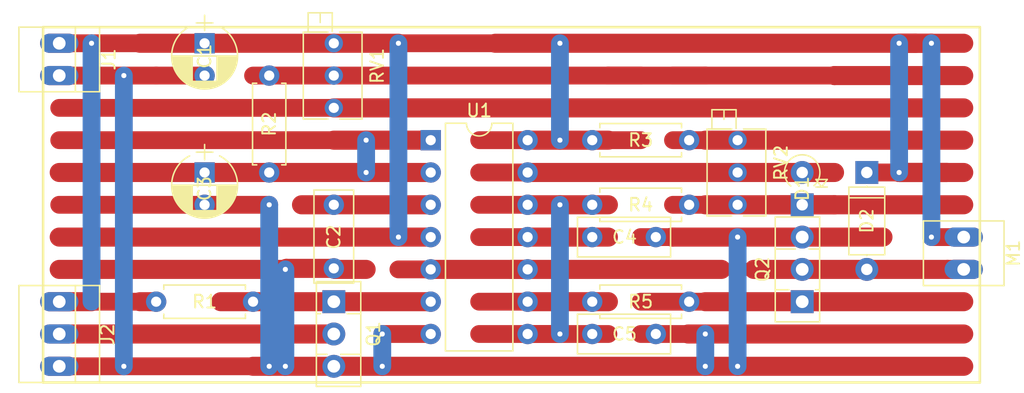
<source format=kicad_pcb>
(kicad_pcb (version 4) (host pcbnew 4.0.7)

  (general
    (links 40)
    (no_connects 24)
    (area 62.525 110.82238 143.405 141.907619)
    (thickness 1.6)
    (drawings 4)
    (tracks 137)
    (zones 0)
    (modules 20)
    (nets 18)
  )

  (page A4)
  (layers
    (0 F.Cu signal)
    (31 B.Cu signal)
    (32 B.Adhes user)
    (33 F.Adhes user)
    (34 B.Paste user)
    (35 F.Paste user)
    (36 B.SilkS user)
    (37 F.SilkS user)
    (38 B.Mask user)
    (39 F.Mask user)
    (40 Dwgs.User user)
    (41 Cmts.User user)
    (42 Eco1.User user)
    (43 Eco2.User user)
    (44 Edge.Cuts user)
    (45 Margin user)
    (46 B.CrtYd user)
    (47 F.CrtYd user)
    (48 B.Fab user)
    (49 F.Fab user)
  )

  (setup
    (last_trace_width 1.4)
    (trace_clearance 0.2)
    (zone_clearance 0.508)
    (zone_45_only no)
    (trace_min 0.2)
    (segment_width 0.2)
    (edge_width 0.15)
    (via_size 0.8)
    (via_drill 0.4)
    (via_min_size 0.4)
    (via_min_drill 0.3)
    (uvia_size 0.3)
    (uvia_drill 0.1)
    (uvias_allowed no)
    (uvia_min_size 0.2)
    (uvia_min_drill 0.1)
    (pcb_text_width 0.3)
    (pcb_text_size 1.5 1.5)
    (mod_edge_width 0.15)
    (mod_text_size 1 1)
    (mod_text_width 0.15)
    (pad_size 1.524 1.524)
    (pad_drill 0.762)
    (pad_to_mask_clearance 0.2)
    (aux_axis_origin 60.96 116.84)
    (visible_elements 7FFEF7FF)
    (pcbplotparams
      (layerselection 0x3ffff_80000001)
      (usegerberextensions false)
      (excludeedgelayer true)
      (linewidth 0.100000)
      (plotframeref false)
      (viasonmask false)
      (mode 1)
      (useauxorigin false)
      (hpglpennumber 1)
      (hpglpenspeed 20)
      (hpglpendiameter 15)
      (hpglpenoverlay 2)
      (psnegative false)
      (psa4output false)
      (plotreference true)
      (plotvalue true)
      (plotinvisibletext false)
      (padsonsilk false)
      (subtractmaskfromsilk false)
      (outputformat 5)
      (mirror false)
      (drillshape 0)
      (scaleselection 1)
      (outputdirectory Output/))
  )

  (net 0 "")
  (net 1 +BATT)
  (net 2 GND)
  (net 3 "Net-(C2-Pad1)")
  (net 4 "Net-(C3-Pad1)")
  (net 5 "Net-(C4-Pad1)")
  (net 6 "Net-(D1-Pad1)")
  (net 7 "Net-(D1-Pad2)")
  (net 8 "Net-(Q2-Pad1)")
  (net 9 "Net-(R2-Pad1)")
  (net 10 "Net-(R3-Pad2)")
  (net 11 "Net-(R5-Pad2)")
  (net 12 "Net-(RV1-Pad1)")
  (net 13 "Net-(U1-Pad10)")
  (net 14 "Net-(C5-Pad1)")
  (net 15 "Net-(C6-Pad2)")
  (net 16 /Cap)
  (net 17 "Net-(Q1-Pad1)")

  (net_class Default "This is the default net class."
    (clearance 0.2)
    (trace_width 1.4)
    (via_dia 0.8)
    (via_drill 0.4)
    (uvia_dia 0.3)
    (uvia_drill 0.1)
    (add_net +BATT)
    (add_net /Cap)
    (add_net GND)
    (add_net "Net-(C2-Pad1)")
    (add_net "Net-(C3-Pad1)")
    (add_net "Net-(C4-Pad1)")
    (add_net "Net-(C5-Pad1)")
    (add_net "Net-(C6-Pad2)")
    (add_net "Net-(D1-Pad1)")
    (add_net "Net-(D1-Pad2)")
    (add_net "Net-(Q1-Pad1)")
    (add_net "Net-(Q2-Pad1)")
    (add_net "Net-(R2-Pad1)")
    (add_net "Net-(R3-Pad2)")
    (add_net "Net-(R5-Pad2)")
    (add_net "Net-(RV1-Pad1)")
    (add_net "Net-(U1-Pad10)")
  )

  (net_class TopWires ""
    (clearance 0.2)
    (trace_width 0.8)
    (via_dia 0.8)
    (via_drill 0.4)
    (uvia_dia 0.3)
    (uvia_drill 0.1)
  )

  (module TO_SOT_Packages_THT:TO-126_Vertical (layer F.Cu) (tedit 58CE52AC) (tstamp 5A145251)
    (at 125.73 134.62 90)
    (descr "TO-126, Vertical, RM 2.54mm")
    (tags "TO-126 Vertical RM 2.54mm")
    (path /5A1074DD)
    (fp_text reference Q2 (at 2.54 -3.12 90) (layer F.SilkS)
      (effects (font (size 1 1) (thickness 0.15)))
    )
    (fp_text value TIP31 (at 2.54 3.27 90) (layer F.Fab)
      (effects (font (size 1 1) (thickness 0.15)))
    )
    (fp_text user %R (at 2.54 -3.12 90) (layer F.Fab)
      (effects (font (size 1 1) (thickness 0.15)))
    )
    (fp_line (start -1.46 -2) (end -1.46 1.25) (layer F.Fab) (width 0.1))
    (fp_line (start -1.46 1.25) (end 6.54 1.25) (layer F.Fab) (width 0.1))
    (fp_line (start 6.54 1.25) (end 6.54 -2) (layer F.Fab) (width 0.1))
    (fp_line (start 6.54 -2) (end -1.46 -2) (layer F.Fab) (width 0.1))
    (fp_line (start 0.94 -2) (end 0.94 1.25) (layer F.Fab) (width 0.1))
    (fp_line (start 4.14 -2) (end 4.14 1.25) (layer F.Fab) (width 0.1))
    (fp_line (start -1.58 -2.12) (end 6.66 -2.12) (layer F.SilkS) (width 0.12))
    (fp_line (start -1.58 1.37) (end 6.66 1.37) (layer F.SilkS) (width 0.12))
    (fp_line (start -1.58 -2.12) (end -1.58 1.37) (layer F.SilkS) (width 0.12))
    (fp_line (start 6.66 -2.12) (end 6.66 1.37) (layer F.SilkS) (width 0.12))
    (fp_line (start 0.94 -2.12) (end 0.94 -1.05) (layer F.SilkS) (width 0.12))
    (fp_line (start 0.94 1.05) (end 0.94 1.37) (layer F.SilkS) (width 0.12))
    (fp_line (start 4.141 -2.12) (end 4.141 -0.54) (layer F.SilkS) (width 0.12))
    (fp_line (start 4.141 0.54) (end 4.141 1.37) (layer F.SilkS) (width 0.12))
    (fp_line (start -1.71 -2.25) (end -1.71 1.5) (layer F.CrtYd) (width 0.05))
    (fp_line (start -1.71 1.5) (end 6.79 1.5) (layer F.CrtYd) (width 0.05))
    (fp_line (start 6.79 1.5) (end 6.79 -2.25) (layer F.CrtYd) (width 0.05))
    (fp_line (start 6.79 -2.25) (end -1.71 -2.25) (layer F.CrtYd) (width 0.05))
    (pad 1 thru_hole rect (at 0 0 90) (size 1.8 1.8) (drill 1) (layers *.Cu *.Mask)
      (net 8 "Net-(Q2-Pad1)"))
    (pad 2 thru_hole oval (at 2.54 0 90) (size 1.8 1.8) (drill 1) (layers *.Cu *.Mask)
      (net 15 "Net-(C6-Pad2)"))
    (pad 3 thru_hole oval (at 5.08 0 90) (size 1.8 1.8) (drill 1) (layers *.Cu *.Mask)
      (net 2 GND))
    (model ${KISYS3DMOD}/TO_SOT_Packages_THT.3dshapes/TO-126_Vertical.wrl
      (at (xyz 0.1 0 0))
      (scale (xyz 1 1 1))
      (rotate (xyz 0 0 0))
    )
  )

  (module Potentiometers:Potentiometer_Trimmer_Bourns_3266Z (layer F.Cu) (tedit 58826B0B) (tstamp 5A145276)
    (at 88.9 119.38 270)
    (descr "Spindle Trimmer Potentiometer, Bourns 3266Z, https://www.bourns.com/pdfs/3266.pdf")
    (tags "Spindle Trimmer Potentiometer   Bourns 3266Z")
    (path /5A10A287)
    (fp_text reference RV1 (at -3.3 -3.41 270) (layer F.SilkS)
      (effects (font (size 1 1) (thickness 0.15)))
    )
    (fp_text value 100K (at -3.3 3.59 270) (layer F.Fab)
      (effects (font (size 1 1) (thickness 0.15)))
    )
    (fp_line (start -5.895 -2.16) (end -5.895 2.34) (layer F.Fab) (width 0.1))
    (fp_line (start -5.895 2.34) (end 0.815 2.34) (layer F.Fab) (width 0.1))
    (fp_line (start 0.815 2.34) (end 0.815 -2.16) (layer F.Fab) (width 0.1))
    (fp_line (start 0.815 -2.16) (end -5.895 -2.16) (layer F.Fab) (width 0.1))
    (fp_line (start -7.415 0.18) (end -7.415 1.96) (layer F.Fab) (width 0.1))
    (fp_line (start -7.415 1.96) (end -5.895 1.96) (layer F.Fab) (width 0.1))
    (fp_line (start -5.895 1.96) (end -5.895 0.18) (layer F.Fab) (width 0.1))
    (fp_line (start -5.895 0.18) (end -7.415 0.18) (layer F.Fab) (width 0.1))
    (fp_line (start -7.415 1.07) (end -6.655 1.07) (layer F.Fab) (width 0.1))
    (fp_line (start -5.955 -2.22) (end 0.875 -2.22) (layer F.SilkS) (width 0.12))
    (fp_line (start -5.955 2.4) (end 0.875 2.4) (layer F.SilkS) (width 0.12))
    (fp_line (start -5.955 -2.22) (end -5.955 -0.465) (layer F.SilkS) (width 0.12))
    (fp_line (start -5.955 0.466) (end -5.955 2.4) (layer F.SilkS) (width 0.12))
    (fp_line (start 0.875 -2.22) (end 0.875 -0.465) (layer F.SilkS) (width 0.12))
    (fp_line (start 0.875 0.466) (end 0.875 2.4) (layer F.SilkS) (width 0.12))
    (fp_line (start -7.475 0.12) (end -5.996 0.12) (layer F.SilkS) (width 0.12))
    (fp_line (start -7.475 2.02) (end -5.956 2.02) (layer F.SilkS) (width 0.12))
    (fp_line (start -7.475 0.12) (end -7.475 2.02) (layer F.SilkS) (width 0.12))
    (fp_line (start -5.956 0.466) (end -5.956 2.02) (layer F.SilkS) (width 0.12))
    (fp_line (start -7.475 1.07) (end -6.715 1.07) (layer F.SilkS) (width 0.12))
    (fp_line (start -7.7 -2.45) (end -7.7 2.6) (layer F.CrtYd) (width 0.05))
    (fp_line (start -7.7 2.6) (end 1.1 2.6) (layer F.CrtYd) (width 0.05))
    (fp_line (start 1.1 2.6) (end 1.1 -2.45) (layer F.CrtYd) (width 0.05))
    (fp_line (start 1.1 -2.45) (end -7.7 -2.45) (layer F.CrtYd) (width 0.05))
    (pad 1 thru_hole circle (at 0 0 270) (size 1.44 1.44) (drill 0.8) (layers *.Cu *.Mask)
      (net 12 "Net-(RV1-Pad1)"))
    (pad 2 thru_hole circle (at -2.54 0 270) (size 1.44 1.44) (drill 0.8) (layers *.Cu *.Mask)
      (net 9 "Net-(R2-Pad1)"))
    (pad 3 thru_hole circle (at -5.08 0 270) (size 1.44 1.44) (drill 0.8) (layers *.Cu *.Mask)
      (net 1 +BATT))
    (model Potentiometers.3dshapes/Potentiometer_Trimmer_Bourns_3266Z.wrl
      (at (xyz 0 0 0))
      (scale (xyz 0.393701 0.393701 0.393701))
      (rotate (xyz 0 0 0))
    )
  )

  (module Potentiometers:Potentiometer_Trimmer_Bourns_3266Z (layer F.Cu) (tedit 58826B0B) (tstamp 5A14527D)
    (at 120.65 127 270)
    (descr "Spindle Trimmer Potentiometer, Bourns 3266Z, https://www.bourns.com/pdfs/3266.pdf")
    (tags "Spindle Trimmer Potentiometer   Bourns 3266Z")
    (path /5A11E536)
    (fp_text reference RV2 (at -3.3 -3.41 270) (layer F.SilkS)
      (effects (font (size 1 1) (thickness 0.15)))
    )
    (fp_text value 100K (at -3.3 3.59 270) (layer F.Fab)
      (effects (font (size 1 1) (thickness 0.15)))
    )
    (fp_line (start -5.895 -2.16) (end -5.895 2.34) (layer F.Fab) (width 0.1))
    (fp_line (start -5.895 2.34) (end 0.815 2.34) (layer F.Fab) (width 0.1))
    (fp_line (start 0.815 2.34) (end 0.815 -2.16) (layer F.Fab) (width 0.1))
    (fp_line (start 0.815 -2.16) (end -5.895 -2.16) (layer F.Fab) (width 0.1))
    (fp_line (start -7.415 0.18) (end -7.415 1.96) (layer F.Fab) (width 0.1))
    (fp_line (start -7.415 1.96) (end -5.895 1.96) (layer F.Fab) (width 0.1))
    (fp_line (start -5.895 1.96) (end -5.895 0.18) (layer F.Fab) (width 0.1))
    (fp_line (start -5.895 0.18) (end -7.415 0.18) (layer F.Fab) (width 0.1))
    (fp_line (start -7.415 1.07) (end -6.655 1.07) (layer F.Fab) (width 0.1))
    (fp_line (start -5.955 -2.22) (end 0.875 -2.22) (layer F.SilkS) (width 0.12))
    (fp_line (start -5.955 2.4) (end 0.875 2.4) (layer F.SilkS) (width 0.12))
    (fp_line (start -5.955 -2.22) (end -5.955 -0.465) (layer F.SilkS) (width 0.12))
    (fp_line (start -5.955 0.466) (end -5.955 2.4) (layer F.SilkS) (width 0.12))
    (fp_line (start 0.875 -2.22) (end 0.875 -0.465) (layer F.SilkS) (width 0.12))
    (fp_line (start 0.875 0.466) (end 0.875 2.4) (layer F.SilkS) (width 0.12))
    (fp_line (start -7.475 0.12) (end -5.996 0.12) (layer F.SilkS) (width 0.12))
    (fp_line (start -7.475 2.02) (end -5.956 2.02) (layer F.SilkS) (width 0.12))
    (fp_line (start -7.475 0.12) (end -7.475 2.02) (layer F.SilkS) (width 0.12))
    (fp_line (start -5.956 0.466) (end -5.956 2.02) (layer F.SilkS) (width 0.12))
    (fp_line (start -7.475 1.07) (end -6.715 1.07) (layer F.SilkS) (width 0.12))
    (fp_line (start -7.7 -2.45) (end -7.7 2.6) (layer F.CrtYd) (width 0.05))
    (fp_line (start -7.7 2.6) (end 1.1 2.6) (layer F.CrtYd) (width 0.05))
    (fp_line (start 1.1 2.6) (end 1.1 -2.45) (layer F.CrtYd) (width 0.05))
    (fp_line (start 1.1 -2.45) (end -7.7 -2.45) (layer F.CrtYd) (width 0.05))
    (pad 1 thru_hole circle (at 0 0 270) (size 1.44 1.44) (drill 0.8) (layers *.Cu *.Mask)
      (net 6 "Net-(D1-Pad1)"))
    (pad 2 thru_hole circle (at -2.54 0 270) (size 1.44 1.44) (drill 0.8) (layers *.Cu *.Mask)
      (net 7 "Net-(D1-Pad2)"))
    (pad 3 thru_hole circle (at -5.08 0 270) (size 1.44 1.44) (drill 0.8) (layers *.Cu *.Mask)
      (net 10 "Net-(R3-Pad2)"))
    (model Potentiometers.3dshapes/Potentiometer_Trimmer_Bourns_3266Z.wrl
      (at (xyz 0 0 0))
      (scale (xyz 0.393701 0.393701 0.393701))
      (rotate (xyz 0 0 0))
    )
  )

  (module Housings_DIP:DIP-14_W7.62mm (layer F.Cu) (tedit 59C78D6B) (tstamp 5A14528F)
    (at 96.52 121.92)
    (descr "14-lead though-hole mounted DIP package, row spacing 7.62 mm (300 mils)")
    (tags "THT DIP DIL PDIP 2.54mm 7.62mm 300mil")
    (path /5A075E4F)
    (fp_text reference U1 (at 3.81 -2.33) (layer F.SilkS)
      (effects (font (size 1 1) (thickness 0.15)))
    )
    (fp_text value LM556 (at 3.81 17.57) (layer F.Fab)
      (effects (font (size 1 1) (thickness 0.15)))
    )
    (fp_arc (start 3.81 -1.33) (end 2.81 -1.33) (angle -180) (layer F.SilkS) (width 0.12))
    (fp_line (start 1.635 -1.27) (end 6.985 -1.27) (layer F.Fab) (width 0.1))
    (fp_line (start 6.985 -1.27) (end 6.985 16.51) (layer F.Fab) (width 0.1))
    (fp_line (start 6.985 16.51) (end 0.635 16.51) (layer F.Fab) (width 0.1))
    (fp_line (start 0.635 16.51) (end 0.635 -0.27) (layer F.Fab) (width 0.1))
    (fp_line (start 0.635 -0.27) (end 1.635 -1.27) (layer F.Fab) (width 0.1))
    (fp_line (start 2.81 -1.33) (end 1.16 -1.33) (layer F.SilkS) (width 0.12))
    (fp_line (start 1.16 -1.33) (end 1.16 16.57) (layer F.SilkS) (width 0.12))
    (fp_line (start 1.16 16.57) (end 6.46 16.57) (layer F.SilkS) (width 0.12))
    (fp_line (start 6.46 16.57) (end 6.46 -1.33) (layer F.SilkS) (width 0.12))
    (fp_line (start 6.46 -1.33) (end 4.81 -1.33) (layer F.SilkS) (width 0.12))
    (fp_line (start -1.1 -1.55) (end -1.1 16.8) (layer F.CrtYd) (width 0.05))
    (fp_line (start -1.1 16.8) (end 8.7 16.8) (layer F.CrtYd) (width 0.05))
    (fp_line (start 8.7 16.8) (end 8.7 -1.55) (layer F.CrtYd) (width 0.05))
    (fp_line (start 8.7 -1.55) (end -1.1 -1.55) (layer F.CrtYd) (width 0.05))
    (fp_text user %R (at 3.81 7.62) (layer F.Fab)
      (effects (font (size 1 1) (thickness 0.15)))
    )
    (pad 1 thru_hole rect (at 0 0) (size 1.6 1.6) (drill 0.8) (layers *.Cu *.Mask)
      (net 4 "Net-(C3-Pad1)"))
    (pad 8 thru_hole oval (at 7.62 15.24) (size 1.6 1.6) (drill 0.8) (layers *.Cu *.Mask)
      (net 14 "Net-(C5-Pad1)"))
    (pad 2 thru_hole oval (at 0 2.54) (size 1.6 1.6) (drill 0.8) (layers *.Cu *.Mask)
      (net 4 "Net-(C3-Pad1)"))
    (pad 9 thru_hole oval (at 7.62 12.7) (size 1.6 1.6) (drill 0.8) (layers *.Cu *.Mask)
      (net 11 "Net-(R5-Pad2)"))
    (pad 3 thru_hole oval (at 0 5.08) (size 1.6 1.6) (drill 0.8) (layers *.Cu *.Mask)
      (net 3 "Net-(C2-Pad1)"))
    (pad 10 thru_hole oval (at 7.62 10.16) (size 1.6 1.6) (drill 0.8) (layers *.Cu *.Mask)
      (net 13 "Net-(U1-Pad10)"))
    (pad 4 thru_hole oval (at 0 7.62) (size 1.6 1.6) (drill 0.8) (layers *.Cu *.Mask)
      (net 1 +BATT))
    (pad 11 thru_hole oval (at 7.62 7.62) (size 1.6 1.6) (drill 0.8) (layers *.Cu *.Mask)
      (net 5 "Net-(C4-Pad1)"))
    (pad 5 thru_hole oval (at 0 10.16) (size 1.6 1.6) (drill 0.8) (layers *.Cu *.Mask)
      (net 13 "Net-(U1-Pad10)"))
    (pad 12 thru_hole oval (at 7.62 5.08) (size 1.6 1.6) (drill 0.8) (layers *.Cu *.Mask)
      (net 14 "Net-(C5-Pad1)"))
    (pad 6 thru_hole oval (at 0 12.7) (size 1.6 1.6) (drill 0.8) (layers *.Cu *.Mask)
      (net 17 "Net-(Q1-Pad1)"))
    (pad 13 thru_hole oval (at 7.62 2.54) (size 1.6 1.6) (drill 0.8) (layers *.Cu *.Mask)
      (net 7 "Net-(D1-Pad2)"))
    (pad 7 thru_hole oval (at 0 15.24) (size 1.6 1.6) (drill 0.8) (layers *.Cu *.Mask)
      (net 2 GND))
    (pad 14 thru_hole oval (at 7.62 0) (size 1.6 1.6) (drill 0.8) (layers *.Cu *.Mask)
      (net 1 +BATT))
    (model ${KISYS3DMOD}/Housings_DIP.3dshapes/DIP-14_W7.62mm.wrl
      (at (xyz 0 0 0))
      (scale (xyz 1 1 1))
      (rotate (xyz 0 0 0))
    )
  )

  (module Capacitors_THT:CP_Radial_D5.0mm_P2.00mm (layer F.Cu) (tedit 5A14949F) (tstamp 5A145225)
    (at 78.74 124.46 270)
    (descr "CP, Radial series, Radial, pin pitch=2.00mm, , diameter=5mm, Electrolytic Capacitor")
    (tags "CP Radial series Radial pin pitch 2.00mm  diameter 5mm Electrolytic Capacitor")
    (path /5A10845D)
    (fp_text reference C3 (at 1.27 0 270) (layer F.SilkS)
      (effects (font (size 1 1) (thickness 0.15)))
    )
    (fp_text value 100uF (at 1 3.81 270) (layer F.Fab)
      (effects (font (size 1 1) (thickness 0.15)))
    )
    (fp_arc (start 1 0) (end -1.30558 -1.18) (angle 125.8) (layer F.SilkS) (width 0.12))
    (fp_arc (start 1 0) (end -1.30558 1.18) (angle -125.8) (layer F.SilkS) (width 0.12))
    (fp_arc (start 1 0) (end 3.30558 -1.18) (angle 54.2) (layer F.SilkS) (width 0.12))
    (fp_circle (center 1 0) (end 3.5 0) (layer F.Fab) (width 0.1))
    (fp_line (start -2.2 0) (end -1 0) (layer F.Fab) (width 0.1))
    (fp_line (start -1.6 -0.65) (end -1.6 0.65) (layer F.Fab) (width 0.1))
    (fp_line (start 1 -2.55) (end 1 2.55) (layer F.SilkS) (width 0.12))
    (fp_line (start 1.04 -2.55) (end 1.04 -0.98) (layer F.SilkS) (width 0.12))
    (fp_line (start 1.04 0.98) (end 1.04 2.55) (layer F.SilkS) (width 0.12))
    (fp_line (start 1.08 -2.549) (end 1.08 -0.98) (layer F.SilkS) (width 0.12))
    (fp_line (start 1.08 0.98) (end 1.08 2.549) (layer F.SilkS) (width 0.12))
    (fp_line (start 1.12 -2.548) (end 1.12 -0.98) (layer F.SilkS) (width 0.12))
    (fp_line (start 1.12 0.98) (end 1.12 2.548) (layer F.SilkS) (width 0.12))
    (fp_line (start 1.16 -2.546) (end 1.16 -0.98) (layer F.SilkS) (width 0.12))
    (fp_line (start 1.16 0.98) (end 1.16 2.546) (layer F.SilkS) (width 0.12))
    (fp_line (start 1.2 -2.543) (end 1.2 -0.98) (layer F.SilkS) (width 0.12))
    (fp_line (start 1.2 0.98) (end 1.2 2.543) (layer F.SilkS) (width 0.12))
    (fp_line (start 1.24 -2.539) (end 1.24 -0.98) (layer F.SilkS) (width 0.12))
    (fp_line (start 1.24 0.98) (end 1.24 2.539) (layer F.SilkS) (width 0.12))
    (fp_line (start 1.28 -2.535) (end 1.28 -0.98) (layer F.SilkS) (width 0.12))
    (fp_line (start 1.28 0.98) (end 1.28 2.535) (layer F.SilkS) (width 0.12))
    (fp_line (start 1.32 -2.531) (end 1.32 -0.98) (layer F.SilkS) (width 0.12))
    (fp_line (start 1.32 0.98) (end 1.32 2.531) (layer F.SilkS) (width 0.12))
    (fp_line (start 1.36 -2.525) (end 1.36 -0.98) (layer F.SilkS) (width 0.12))
    (fp_line (start 1.36 0.98) (end 1.36 2.525) (layer F.SilkS) (width 0.12))
    (fp_line (start 1.4 -2.519) (end 1.4 -0.98) (layer F.SilkS) (width 0.12))
    (fp_line (start 1.4 0.98) (end 1.4 2.519) (layer F.SilkS) (width 0.12))
    (fp_line (start 1.44 -2.513) (end 1.44 -0.98) (layer F.SilkS) (width 0.12))
    (fp_line (start 1.44 0.98) (end 1.44 2.513) (layer F.SilkS) (width 0.12))
    (fp_line (start 1.48 -2.506) (end 1.48 -0.98) (layer F.SilkS) (width 0.12))
    (fp_line (start 1.48 0.98) (end 1.48 2.506) (layer F.SilkS) (width 0.12))
    (fp_line (start 1.52 -2.498) (end 1.52 -0.98) (layer F.SilkS) (width 0.12))
    (fp_line (start 1.52 0.98) (end 1.52 2.498) (layer F.SilkS) (width 0.12))
    (fp_line (start 1.56 -2.489) (end 1.56 -0.98) (layer F.SilkS) (width 0.12))
    (fp_line (start 1.56 0.98) (end 1.56 2.489) (layer F.SilkS) (width 0.12))
    (fp_line (start 1.6 -2.48) (end 1.6 -0.98) (layer F.SilkS) (width 0.12))
    (fp_line (start 1.6 0.98) (end 1.6 2.48) (layer F.SilkS) (width 0.12))
    (fp_line (start 1.64 -2.47) (end 1.64 -0.98) (layer F.SilkS) (width 0.12))
    (fp_line (start 1.64 0.98) (end 1.64 2.47) (layer F.SilkS) (width 0.12))
    (fp_line (start 1.68 -2.46) (end 1.68 -0.98) (layer F.SilkS) (width 0.12))
    (fp_line (start 1.68 0.98) (end 1.68 2.46) (layer F.SilkS) (width 0.12))
    (fp_line (start 1.721 -2.448) (end 1.721 -0.98) (layer F.SilkS) (width 0.12))
    (fp_line (start 1.721 0.98) (end 1.721 2.448) (layer F.SilkS) (width 0.12))
    (fp_line (start 1.761 -2.436) (end 1.761 -0.98) (layer F.SilkS) (width 0.12))
    (fp_line (start 1.761 0.98) (end 1.761 2.436) (layer F.SilkS) (width 0.12))
    (fp_line (start 1.801 -2.424) (end 1.801 -0.98) (layer F.SilkS) (width 0.12))
    (fp_line (start 1.801 0.98) (end 1.801 2.424) (layer F.SilkS) (width 0.12))
    (fp_line (start 1.841 -2.41) (end 1.841 -0.98) (layer F.SilkS) (width 0.12))
    (fp_line (start 1.841 0.98) (end 1.841 2.41) (layer F.SilkS) (width 0.12))
    (fp_line (start 1.881 -2.396) (end 1.881 -0.98) (layer F.SilkS) (width 0.12))
    (fp_line (start 1.881 0.98) (end 1.881 2.396) (layer F.SilkS) (width 0.12))
    (fp_line (start 1.921 -2.382) (end 1.921 -0.98) (layer F.SilkS) (width 0.12))
    (fp_line (start 1.921 0.98) (end 1.921 2.382) (layer F.SilkS) (width 0.12))
    (fp_line (start 1.961 -2.366) (end 1.961 -0.98) (layer F.SilkS) (width 0.12))
    (fp_line (start 1.961 0.98) (end 1.961 2.366) (layer F.SilkS) (width 0.12))
    (fp_line (start 2.001 -2.35) (end 2.001 -0.98) (layer F.SilkS) (width 0.12))
    (fp_line (start 2.001 0.98) (end 2.001 2.35) (layer F.SilkS) (width 0.12))
    (fp_line (start 2.041 -2.333) (end 2.041 -0.98) (layer F.SilkS) (width 0.12))
    (fp_line (start 2.041 0.98) (end 2.041 2.333) (layer F.SilkS) (width 0.12))
    (fp_line (start 2.081 -2.315) (end 2.081 -0.98) (layer F.SilkS) (width 0.12))
    (fp_line (start 2.081 0.98) (end 2.081 2.315) (layer F.SilkS) (width 0.12))
    (fp_line (start 2.121 -2.296) (end 2.121 -0.98) (layer F.SilkS) (width 0.12))
    (fp_line (start 2.121 0.98) (end 2.121 2.296) (layer F.SilkS) (width 0.12))
    (fp_line (start 2.161 -2.276) (end 2.161 -0.98) (layer F.SilkS) (width 0.12))
    (fp_line (start 2.161 0.98) (end 2.161 2.276) (layer F.SilkS) (width 0.12))
    (fp_line (start 2.201 -2.256) (end 2.201 -0.98) (layer F.SilkS) (width 0.12))
    (fp_line (start 2.201 0.98) (end 2.201 2.256) (layer F.SilkS) (width 0.12))
    (fp_line (start 2.241 -2.234) (end 2.241 -0.98) (layer F.SilkS) (width 0.12))
    (fp_line (start 2.241 0.98) (end 2.241 2.234) (layer F.SilkS) (width 0.12))
    (fp_line (start 2.281 -2.212) (end 2.281 -0.98) (layer F.SilkS) (width 0.12))
    (fp_line (start 2.281 0.98) (end 2.281 2.212) (layer F.SilkS) (width 0.12))
    (fp_line (start 2.321 -2.189) (end 2.321 -0.98) (layer F.SilkS) (width 0.12))
    (fp_line (start 2.321 0.98) (end 2.321 2.189) (layer F.SilkS) (width 0.12))
    (fp_line (start 2.361 -2.165) (end 2.361 -0.98) (layer F.SilkS) (width 0.12))
    (fp_line (start 2.361 0.98) (end 2.361 2.165) (layer F.SilkS) (width 0.12))
    (fp_line (start 2.401 -2.14) (end 2.401 -0.98) (layer F.SilkS) (width 0.12))
    (fp_line (start 2.401 0.98) (end 2.401 2.14) (layer F.SilkS) (width 0.12))
    (fp_line (start 2.441 -2.113) (end 2.441 -0.98) (layer F.SilkS) (width 0.12))
    (fp_line (start 2.441 0.98) (end 2.441 2.113) (layer F.SilkS) (width 0.12))
    (fp_line (start 2.481 -2.086) (end 2.481 -0.98) (layer F.SilkS) (width 0.12))
    (fp_line (start 2.481 0.98) (end 2.481 2.086) (layer F.SilkS) (width 0.12))
    (fp_line (start 2.521 -2.058) (end 2.521 -0.98) (layer F.SilkS) (width 0.12))
    (fp_line (start 2.521 0.98) (end 2.521 2.058) (layer F.SilkS) (width 0.12))
    (fp_line (start 2.561 -2.028) (end 2.561 -0.98) (layer F.SilkS) (width 0.12))
    (fp_line (start 2.561 0.98) (end 2.561 2.028) (layer F.SilkS) (width 0.12))
    (fp_line (start 2.601 -1.997) (end 2.601 -0.98) (layer F.SilkS) (width 0.12))
    (fp_line (start 2.601 0.98) (end 2.601 1.997) (layer F.SilkS) (width 0.12))
    (fp_line (start 2.641 -1.965) (end 2.641 -0.98) (layer F.SilkS) (width 0.12))
    (fp_line (start 2.641 0.98) (end 2.641 1.965) (layer F.SilkS) (width 0.12))
    (fp_line (start 2.681 -1.932) (end 2.681 -0.98) (layer F.SilkS) (width 0.12))
    (fp_line (start 2.681 0.98) (end 2.681 1.932) (layer F.SilkS) (width 0.12))
    (fp_line (start 2.721 -1.897) (end 2.721 -0.98) (layer F.SilkS) (width 0.12))
    (fp_line (start 2.721 0.98) (end 2.721 1.897) (layer F.SilkS) (width 0.12))
    (fp_line (start 2.761 -1.861) (end 2.761 -0.98) (layer F.SilkS) (width 0.12))
    (fp_line (start 2.761 0.98) (end 2.761 1.861) (layer F.SilkS) (width 0.12))
    (fp_line (start 2.801 -1.823) (end 2.801 -0.98) (layer F.SilkS) (width 0.12))
    (fp_line (start 2.801 0.98) (end 2.801 1.823) (layer F.SilkS) (width 0.12))
    (fp_line (start 2.841 -1.783) (end 2.841 -0.98) (layer F.SilkS) (width 0.12))
    (fp_line (start 2.841 0.98) (end 2.841 1.783) (layer F.SilkS) (width 0.12))
    (fp_line (start 2.881 -1.742) (end 2.881 -0.98) (layer F.SilkS) (width 0.12))
    (fp_line (start 2.881 0.98) (end 2.881 1.742) (layer F.SilkS) (width 0.12))
    (fp_line (start 2.921 -1.699) (end 2.921 -0.98) (layer F.SilkS) (width 0.12))
    (fp_line (start 2.921 0.98) (end 2.921 1.699) (layer F.SilkS) (width 0.12))
    (fp_line (start 2.961 -1.654) (end 2.961 -0.98) (layer F.SilkS) (width 0.12))
    (fp_line (start 2.961 0.98) (end 2.961 1.654) (layer F.SilkS) (width 0.12))
    (fp_line (start 3.001 -1.606) (end 3.001 1.606) (layer F.SilkS) (width 0.12))
    (fp_line (start 3.041 -1.556) (end 3.041 1.556) (layer F.SilkS) (width 0.12))
    (fp_line (start 3.081 -1.504) (end 3.081 1.504) (layer F.SilkS) (width 0.12))
    (fp_line (start 3.121 -1.448) (end 3.121 1.448) (layer F.SilkS) (width 0.12))
    (fp_line (start 3.161 -1.39) (end 3.161 1.39) (layer F.SilkS) (width 0.12))
    (fp_line (start 3.201 -1.327) (end 3.201 1.327) (layer F.SilkS) (width 0.12))
    (fp_line (start 3.241 -1.261) (end 3.241 1.261) (layer F.SilkS) (width 0.12))
    (fp_line (start 3.281 -1.189) (end 3.281 1.189) (layer F.SilkS) (width 0.12))
    (fp_line (start 3.321 -1.112) (end 3.321 1.112) (layer F.SilkS) (width 0.12))
    (fp_line (start 3.361 -1.028) (end 3.361 1.028) (layer F.SilkS) (width 0.12))
    (fp_line (start 3.401 -0.934) (end 3.401 0.934) (layer F.SilkS) (width 0.12))
    (fp_line (start 3.441 -0.829) (end 3.441 0.829) (layer F.SilkS) (width 0.12))
    (fp_line (start 3.481 -0.707) (end 3.481 0.707) (layer F.SilkS) (width 0.12))
    (fp_line (start 3.521 -0.559) (end 3.521 0.559) (layer F.SilkS) (width 0.12))
    (fp_line (start 3.561 -0.354) (end 3.561 0.354) (layer F.SilkS) (width 0.12))
    (fp_line (start -2.2 0) (end -1 0) (layer F.SilkS) (width 0.12))
    (fp_line (start -1.6 -0.65) (end -1.6 0.65) (layer F.SilkS) (width 0.12))
    (fp_line (start -1.85 -2.85) (end -1.85 2.85) (layer F.CrtYd) (width 0.05))
    (fp_line (start -1.85 2.85) (end 3.85 2.85) (layer F.CrtYd) (width 0.05))
    (fp_line (start 3.85 2.85) (end 3.85 -2.85) (layer F.CrtYd) (width 0.05))
    (fp_line (start 3.85 -2.85) (end -1.85 -2.85) (layer F.CrtYd) (width 0.05))
    (fp_text user %R (at 1 0 270) (layer F.Fab)
      (effects (font (size 1 1) (thickness 0.15)))
    )
    (pad 1 thru_hole rect (at 0 0 270) (size 1.6 1.6) (drill 0.8) (layers *.Cu *.Mask)
      (net 4 "Net-(C3-Pad1)"))
    (pad 2 thru_hole circle (at 2.54 0 270) (size 1.6 1.6) (drill 0.8) (layers *.Cu *.Mask)
      (net 2 GND))
    (model ${KISYS3DMOD}/Capacitors_THT.3dshapes/CP_Radial_D5.0mm_P2.00mm.wrl
      (at (xyz 0 0 0))
      (scale (xyz 1 1 1))
      (rotate (xyz 0 0 0))
    )
  )

  (module Diodes_THT:D_A-405_P7.62mm_Horizontal (layer F.Cu) (tedit 5A1495E6) (tstamp 5A14523D)
    (at 130.81 124.46 270)
    (descr "D, A-405 series, Axial, Horizontal, pin pitch=7.62mm, , length*diameter=5.2*2.7mm^2, , http://www.diodes.com/_files/packages/A-405.pdf")
    (tags "D A-405 series Axial Horizontal pin pitch 7.62mm  length 5.2mm diameter 2.7mm")
    (path /5A11CC30)
    (fp_text reference D2 (at 3.81 0 270) (layer F.SilkS)
      (effects (font (size 1 1) (thickness 0.15)))
    )
    (fp_text value D_ALT (at 3.81 2.41 270) (layer F.Fab)
      (effects (font (size 1 1) (thickness 0.15)))
    )
    (fp_text user %R (at 3.81 0 270) (layer F.Fab)
      (effects (font (size 1 1) (thickness 0.15)))
    )
    (fp_line (start 1.21 -1.35) (end 1.21 1.35) (layer F.Fab) (width 0.1))
    (fp_line (start 1.21 1.35) (end 6.41 1.35) (layer F.Fab) (width 0.1))
    (fp_line (start 6.41 1.35) (end 6.41 -1.35) (layer F.Fab) (width 0.1))
    (fp_line (start 6.41 -1.35) (end 1.21 -1.35) (layer F.Fab) (width 0.1))
    (fp_line (start 0 0) (end 1.21 0) (layer F.Fab) (width 0.1))
    (fp_line (start 7.62 0) (end 6.41 0) (layer F.Fab) (width 0.1))
    (fp_line (start 1.99 -1.35) (end 1.99 1.35) (layer F.Fab) (width 0.1))
    (fp_line (start 1.15 -1.41) (end 1.15 1.41) (layer F.SilkS) (width 0.12))
    (fp_line (start 1.15 1.41) (end 6.47 1.41) (layer F.SilkS) (width 0.12))
    (fp_line (start 6.47 1.41) (end 6.47 -1.41) (layer F.SilkS) (width 0.12))
    (fp_line (start 6.47 -1.41) (end 1.15 -1.41) (layer F.SilkS) (width 0.12))
    (fp_line (start 1.08 0) (end 1.15 0) (layer F.SilkS) (width 0.12))
    (fp_line (start 6.54 0) (end 6.47 0) (layer F.SilkS) (width 0.12))
    (fp_line (start 1.99 -1.41) (end 1.99 1.41) (layer F.SilkS) (width 0.12))
    (fp_line (start -1.15 -1.7) (end -1.15 1.7) (layer F.CrtYd) (width 0.05))
    (fp_line (start -1.15 1.7) (end 8.8 1.7) (layer F.CrtYd) (width 0.05))
    (fp_line (start 8.8 1.7) (end 8.8 -1.7) (layer F.CrtYd) (width 0.05))
    (fp_line (start 8.8 -1.7) (end -1.15 -1.7) (layer F.CrtYd) (width 0.05))
    (pad 1 thru_hole rect (at 0 0 270) (size 1.8 1.8) (drill 0.9) (layers *.Cu *.Mask)
      (net 1 +BATT))
    (pad 2 thru_hole oval (at 7.62 0 270) (size 1.8 1.8) (drill 0.9) (layers *.Cu *.Mask)
      (net 15 "Net-(C6-Pad2)"))
    (model ${KISYS3DMOD}/Diodes_THT.3dshapes/D_A-405_P7.62mm_Horizontal.wrl
      (at (xyz 0 0 0))
      (scale (xyz 0.393701 0.393701 0.393701))
      (rotate (xyz 0 0 0))
    )
  )

  (module TO_SOT_Packages_THT:TO-126_Vertical (layer F.Cu) (tedit 58CE52AC) (tstamp 5A14524A)
    (at 88.9 134.62 270)
    (descr "TO-126, Vertical, RM 2.54mm")
    (tags "TO-126 Vertical RM 2.54mm")
    (path /5A0772F3)
    (fp_text reference Q1 (at 2.54 -3.12 270) (layer F.SilkS)
      (effects (font (size 1 1) (thickness 0.15)))
    )
    (fp_text value BC549 (at 2.54 3.27 270) (layer F.Fab)
      (effects (font (size 1 1) (thickness 0.15)))
    )
    (fp_text user %R (at 2.54 -3.12 270) (layer F.Fab)
      (effects (font (size 1 1) (thickness 0.15)))
    )
    (fp_line (start -1.46 -2) (end -1.46 1.25) (layer F.Fab) (width 0.1))
    (fp_line (start -1.46 1.25) (end 6.54 1.25) (layer F.Fab) (width 0.1))
    (fp_line (start 6.54 1.25) (end 6.54 -2) (layer F.Fab) (width 0.1))
    (fp_line (start 6.54 -2) (end -1.46 -2) (layer F.Fab) (width 0.1))
    (fp_line (start 0.94 -2) (end 0.94 1.25) (layer F.Fab) (width 0.1))
    (fp_line (start 4.14 -2) (end 4.14 1.25) (layer F.Fab) (width 0.1))
    (fp_line (start -1.58 -2.12) (end 6.66 -2.12) (layer F.SilkS) (width 0.12))
    (fp_line (start -1.58 1.37) (end 6.66 1.37) (layer F.SilkS) (width 0.12))
    (fp_line (start -1.58 -2.12) (end -1.58 1.37) (layer F.SilkS) (width 0.12))
    (fp_line (start 6.66 -2.12) (end 6.66 1.37) (layer F.SilkS) (width 0.12))
    (fp_line (start 0.94 -2.12) (end 0.94 -1.05) (layer F.SilkS) (width 0.12))
    (fp_line (start 0.94 1.05) (end 0.94 1.37) (layer F.SilkS) (width 0.12))
    (fp_line (start 4.141 -2.12) (end 4.141 -0.54) (layer F.SilkS) (width 0.12))
    (fp_line (start 4.141 0.54) (end 4.141 1.37) (layer F.SilkS) (width 0.12))
    (fp_line (start -1.71 -2.25) (end -1.71 1.5) (layer F.CrtYd) (width 0.05))
    (fp_line (start -1.71 1.5) (end 6.79 1.5) (layer F.CrtYd) (width 0.05))
    (fp_line (start 6.79 1.5) (end 6.79 -2.25) (layer F.CrtYd) (width 0.05))
    (fp_line (start 6.79 -2.25) (end -1.71 -2.25) (layer F.CrtYd) (width 0.05))
    (pad 1 thru_hole rect (at 0 0 270) (size 1.8 1.8) (drill 1) (layers *.Cu *.Mask)
      (net 17 "Net-(Q1-Pad1)"))
    (pad 2 thru_hole oval (at 2.54 0 270) (size 1.8 1.8) (drill 1) (layers *.Cu *.Mask)
      (net 16 /Cap))
    (pad 3 thru_hole oval (at 5.08 0 270) (size 1.8 1.8) (drill 1) (layers *.Cu *.Mask)
      (net 2 GND))
    (model ${KISYS3DMOD}/TO_SOT_Packages_THT.3dshapes/TO-126_Vertical.wrl
      (at (xyz 0.1 0 0))
      (scale (xyz 1 1 1))
      (rotate (xyz 0 0 0))
    )
  )

  (module Capacitors_THT:C_Rect_L7.2mm_W3.0mm_P5.00mm_FKS2_FKP2_MKS2_MKP2 (layer F.Cu) (tedit 5A1495DC) (tstamp 5A14521F)
    (at 88.9 127 270)
    (descr "C, Rect series, Radial, pin pitch=5.00mm, , length*width=7.2*3.0mm^2, Capacitor, http://www.wima.com/EN/WIMA_FKS_2.pdf")
    (tags "C Rect series Radial pin pitch 5.00mm  length 7.2mm width 3.0mm Capacitor")
    (path /5A1077EB)
    (fp_text reference C2 (at 2.54 0 270) (layer F.SilkS)
      (effects (font (size 1 1) (thickness 0.15)))
    )
    (fp_text value 10nF (at 2.5 2.81 270) (layer F.Fab)
      (effects (font (size 1 1) (thickness 0.15)))
    )
    (fp_line (start -1.1 -1.5) (end -1.1 1.5) (layer F.Fab) (width 0.1))
    (fp_line (start -1.1 1.5) (end 6.1 1.5) (layer F.Fab) (width 0.1))
    (fp_line (start 6.1 1.5) (end 6.1 -1.5) (layer F.Fab) (width 0.1))
    (fp_line (start 6.1 -1.5) (end -1.1 -1.5) (layer F.Fab) (width 0.1))
    (fp_line (start -1.16 -1.56) (end 6.16 -1.56) (layer F.SilkS) (width 0.12))
    (fp_line (start -1.16 1.56) (end 6.16 1.56) (layer F.SilkS) (width 0.12))
    (fp_line (start -1.16 -1.56) (end -1.16 1.56) (layer F.SilkS) (width 0.12))
    (fp_line (start 6.16 -1.56) (end 6.16 1.56) (layer F.SilkS) (width 0.12))
    (fp_line (start -1.45 -1.85) (end -1.45 1.85) (layer F.CrtYd) (width 0.05))
    (fp_line (start -1.45 1.85) (end 6.45 1.85) (layer F.CrtYd) (width 0.05))
    (fp_line (start 6.45 1.85) (end 6.45 -1.85) (layer F.CrtYd) (width 0.05))
    (fp_line (start 6.45 -1.85) (end -1.45 -1.85) (layer F.CrtYd) (width 0.05))
    (fp_text user %R (at 2.5 0 270) (layer F.Fab)
      (effects (font (size 1 1) (thickness 0.15)))
    )
    (pad 1 thru_hole circle (at 0 0 270) (size 1.6 1.6) (drill 0.8) (layers *.Cu *.Mask)
      (net 3 "Net-(C2-Pad1)"))
    (pad 2 thru_hole circle (at 5 0 270) (size 1.6 1.6) (drill 0.8) (layers *.Cu *.Mask)
      (net 2 GND))
    (model ${KISYS3DMOD}/Capacitors_THT.3dshapes/C_Rect_L7.2mm_W3.0mm_P5.00mm_FKS2_FKP2_MKS2_MKP2.wrl
      (at (xyz 0 0 0))
      (scale (xyz 1 1 1))
      (rotate (xyz 0 0 0))
    )
  )

  (module Capacitors_THT:C_Rect_L7.2mm_W3.0mm_P5.00mm_FKS2_FKP2_MKS2_MKP2 (layer F.Cu) (tedit 5A149478) (tstamp 5A14522B)
    (at 109.22 129.54)
    (descr "C, Rect series, Radial, pin pitch=5.00mm, , length*width=7.2*3.0mm^2, Capacitor, http://www.wima.com/EN/WIMA_FKS_2.pdf")
    (tags "C Rect series Radial pin pitch 5.00mm  length 7.2mm width 3.0mm Capacitor")
    (path /5A107A56)
    (fp_text reference C4 (at 2.54 0) (layer F.SilkS)
      (effects (font (size 1 1) (thickness 0.15)))
    )
    (fp_text value 10nF (at 2.5 2.81) (layer F.Fab)
      (effects (font (size 1 1) (thickness 0.15)))
    )
    (fp_line (start -1.1 -1.5) (end -1.1 1.5) (layer F.Fab) (width 0.1))
    (fp_line (start -1.1 1.5) (end 6.1 1.5) (layer F.Fab) (width 0.1))
    (fp_line (start 6.1 1.5) (end 6.1 -1.5) (layer F.Fab) (width 0.1))
    (fp_line (start 6.1 -1.5) (end -1.1 -1.5) (layer F.Fab) (width 0.1))
    (fp_line (start -1.16 -1.56) (end 6.16 -1.56) (layer F.SilkS) (width 0.12))
    (fp_line (start -1.16 1.56) (end 6.16 1.56) (layer F.SilkS) (width 0.12))
    (fp_line (start -1.16 -1.56) (end -1.16 1.56) (layer F.SilkS) (width 0.12))
    (fp_line (start 6.16 -1.56) (end 6.16 1.56) (layer F.SilkS) (width 0.12))
    (fp_line (start -1.45 -1.85) (end -1.45 1.85) (layer F.CrtYd) (width 0.05))
    (fp_line (start -1.45 1.85) (end 6.45 1.85) (layer F.CrtYd) (width 0.05))
    (fp_line (start 6.45 1.85) (end 6.45 -1.85) (layer F.CrtYd) (width 0.05))
    (fp_line (start 6.45 -1.85) (end -1.45 -1.85) (layer F.CrtYd) (width 0.05))
    (fp_text user %R (at 2.5 0) (layer F.Fab)
      (effects (font (size 1 1) (thickness 0.15)))
    )
    (pad 1 thru_hole circle (at 0 0) (size 1.6 1.6) (drill 0.8) (layers *.Cu *.Mask)
      (net 5 "Net-(C4-Pad1)"))
    (pad 2 thru_hole circle (at 5 0) (size 1.6 1.6) (drill 0.8) (layers *.Cu *.Mask)
      (net 2 GND))
    (model ${KISYS3DMOD}/Capacitors_THT.3dshapes/C_Rect_L7.2mm_W3.0mm_P5.00mm_FKS2_FKP2_MKS2_MKP2.wrl
      (at (xyz 0 0 0))
      (scale (xyz 1 1 1))
      (rotate (xyz 0 0 0))
    )
  )

  (module Capacitors_THT:C_Rect_L7.2mm_W3.0mm_P5.00mm_FKS2_FKP2_MKS2_MKP2 (layer F.Cu) (tedit 5A1493F6) (tstamp 5A145231)
    (at 109.22 137.16)
    (descr "C, Rect series, Radial, pin pitch=5.00mm, , length*width=7.2*3.0mm^2, Capacitor, http://www.wima.com/EN/WIMA_FKS_2.pdf")
    (tags "C Rect series Radial pin pitch 5.00mm  length 7.2mm width 3.0mm Capacitor")
    (path /5A148522)
    (fp_text reference C5 (at 2.54 0) (layer F.SilkS)
      (effects (font (size 1 1) (thickness 0.15)))
    )
    (fp_text value 10nF (at 2.5 2.81) (layer F.Fab)
      (effects (font (size 1 1) (thickness 0.15)))
    )
    (fp_line (start -1.1 -1.5) (end -1.1 1.5) (layer F.Fab) (width 0.1))
    (fp_line (start -1.1 1.5) (end 6.1 1.5) (layer F.Fab) (width 0.1))
    (fp_line (start 6.1 1.5) (end 6.1 -1.5) (layer F.Fab) (width 0.1))
    (fp_line (start 6.1 -1.5) (end -1.1 -1.5) (layer F.Fab) (width 0.1))
    (fp_line (start -1.16 -1.56) (end 6.16 -1.56) (layer F.SilkS) (width 0.12))
    (fp_line (start -1.16 1.56) (end 6.16 1.56) (layer F.SilkS) (width 0.12))
    (fp_line (start -1.16 -1.56) (end -1.16 1.56) (layer F.SilkS) (width 0.12))
    (fp_line (start 6.16 -1.56) (end 6.16 1.56) (layer F.SilkS) (width 0.12))
    (fp_line (start -1.45 -1.85) (end -1.45 1.85) (layer F.CrtYd) (width 0.05))
    (fp_line (start -1.45 1.85) (end 6.45 1.85) (layer F.CrtYd) (width 0.05))
    (fp_line (start 6.45 1.85) (end 6.45 -1.85) (layer F.CrtYd) (width 0.05))
    (fp_line (start 6.45 -1.85) (end -1.45 -1.85) (layer F.CrtYd) (width 0.05))
    (fp_text user %R (at 2.5 0) (layer F.Fab)
      (effects (font (size 1 1) (thickness 0.15)))
    )
    (pad 1 thru_hole circle (at 0 0) (size 1.6 1.6) (drill 0.8) (layers *.Cu *.Mask)
      (net 14 "Net-(C5-Pad1)"))
    (pad 2 thru_hole circle (at 5 0) (size 1.6 1.6) (drill 0.8) (layers *.Cu *.Mask)
      (net 2 GND))
    (model ${KISYS3DMOD}/Capacitors_THT.3dshapes/C_Rect_L7.2mm_W3.0mm_P5.00mm_FKS2_FKP2_MKS2_MKP2.wrl
      (at (xyz 0 0 0))
      (scale (xyz 1 1 1))
      (rotate (xyz 0 0 0))
    )
  )

  (module Resistors_THT:R_Axial_DIN0207_L6.3mm_D2.5mm_P7.62mm_Horizontal (layer F.Cu) (tedit 5A1494B3) (tstamp 5A14525D)
    (at 83.82 116.84 270)
    (descr "Resistor, Axial_DIN0207 series, Axial, Horizontal, pin pitch=7.62mm, 0.25W = 1/4W, length*diameter=6.3*2.5mm^2, http://cdn-reichelt.de/documents/datenblatt/B400/1_4W%23YAG.pdf")
    (tags "Resistor Axial_DIN0207 series Axial Horizontal pin pitch 7.62mm 0.25W = 1/4W length 6.3mm diameter 2.5mm")
    (path /5A108517)
    (fp_text reference R2 (at 3.81 0 270) (layer F.SilkS)
      (effects (font (size 1 1) (thickness 0.15)))
    )
    (fp_text value 100K (at 3.81 2.31 270) (layer F.Fab)
      (effects (font (size 1 1) (thickness 0.15)))
    )
    (fp_line (start 0.66 -1.25) (end 0.66 1.25) (layer F.Fab) (width 0.1))
    (fp_line (start 0.66 1.25) (end 6.96 1.25) (layer F.Fab) (width 0.1))
    (fp_line (start 6.96 1.25) (end 6.96 -1.25) (layer F.Fab) (width 0.1))
    (fp_line (start 6.96 -1.25) (end 0.66 -1.25) (layer F.Fab) (width 0.1))
    (fp_line (start 0 0) (end 0.66 0) (layer F.Fab) (width 0.1))
    (fp_line (start 7.62 0) (end 6.96 0) (layer F.Fab) (width 0.1))
    (fp_line (start 0.6 -0.98) (end 0.6 -1.31) (layer F.SilkS) (width 0.12))
    (fp_line (start 0.6 -1.31) (end 7.02 -1.31) (layer F.SilkS) (width 0.12))
    (fp_line (start 7.02 -1.31) (end 7.02 -0.98) (layer F.SilkS) (width 0.12))
    (fp_line (start 0.6 0.98) (end 0.6 1.31) (layer F.SilkS) (width 0.12))
    (fp_line (start 0.6 1.31) (end 7.02 1.31) (layer F.SilkS) (width 0.12))
    (fp_line (start 7.02 1.31) (end 7.02 0.98) (layer F.SilkS) (width 0.12))
    (fp_line (start -1.05 -1.6) (end -1.05 1.6) (layer F.CrtYd) (width 0.05))
    (fp_line (start -1.05 1.6) (end 8.7 1.6) (layer F.CrtYd) (width 0.05))
    (fp_line (start 8.7 1.6) (end 8.7 -1.6) (layer F.CrtYd) (width 0.05))
    (fp_line (start 8.7 -1.6) (end -1.05 -1.6) (layer F.CrtYd) (width 0.05))
    (pad 1 thru_hole circle (at 0 0 270) (size 1.6 1.6) (drill 0.8) (layers *.Cu *.Mask)
      (net 9 "Net-(R2-Pad1)"))
    (pad 2 thru_hole oval (at 7.62 0 270) (size 1.6 1.6) (drill 0.8) (layers *.Cu *.Mask)
      (net 4 "Net-(C3-Pad1)"))
    (model ${KISYS3DMOD}/Resistors_THT.3dshapes/R_Axial_DIN0207_L6.3mm_D2.5mm_P7.62mm_Horizontal.wrl
      (at (xyz 0 0 0))
      (scale (xyz 0.393701 0.393701 0.393701))
      (rotate (xyz 0 0 0))
    )
  )

  (module Resistors_THT:R_Axial_DIN0207_L6.3mm_D2.5mm_P7.62mm_Horizontal (layer F.Cu) (tedit 5A14947F) (tstamp 5A145269)
    (at 116.84 127 180)
    (descr "Resistor, Axial_DIN0207 series, Axial, Horizontal, pin pitch=7.62mm, 0.25W = 1/4W, length*diameter=6.3*2.5mm^2, http://cdn-reichelt.de/documents/datenblatt/B400/1_4W%23YAG.pdf")
    (tags "Resistor Axial_DIN0207 series Axial Horizontal pin pitch 7.62mm 0.25W = 1/4W length 6.3mm diameter 2.5mm")
    (path /5A11E79F)
    (fp_text reference R4 (at 3.81 0 180) (layer F.SilkS)
      (effects (font (size 1 1) (thickness 0.15)))
    )
    (fp_text value 1K (at 3.81 2.31 180) (layer F.Fab)
      (effects (font (size 1 1) (thickness 0.15)))
    )
    (fp_line (start 0.66 -1.25) (end 0.66 1.25) (layer F.Fab) (width 0.1))
    (fp_line (start 0.66 1.25) (end 6.96 1.25) (layer F.Fab) (width 0.1))
    (fp_line (start 6.96 1.25) (end 6.96 -1.25) (layer F.Fab) (width 0.1))
    (fp_line (start 6.96 -1.25) (end 0.66 -1.25) (layer F.Fab) (width 0.1))
    (fp_line (start 0 0) (end 0.66 0) (layer F.Fab) (width 0.1))
    (fp_line (start 7.62 0) (end 6.96 0) (layer F.Fab) (width 0.1))
    (fp_line (start 0.6 -0.98) (end 0.6 -1.31) (layer F.SilkS) (width 0.12))
    (fp_line (start 0.6 -1.31) (end 7.02 -1.31) (layer F.SilkS) (width 0.12))
    (fp_line (start 7.02 -1.31) (end 7.02 -0.98) (layer F.SilkS) (width 0.12))
    (fp_line (start 0.6 0.98) (end 0.6 1.31) (layer F.SilkS) (width 0.12))
    (fp_line (start 0.6 1.31) (end 7.02 1.31) (layer F.SilkS) (width 0.12))
    (fp_line (start 7.02 1.31) (end 7.02 0.98) (layer F.SilkS) (width 0.12))
    (fp_line (start -1.05 -1.6) (end -1.05 1.6) (layer F.CrtYd) (width 0.05))
    (fp_line (start -1.05 1.6) (end 8.7 1.6) (layer F.CrtYd) (width 0.05))
    (fp_line (start 8.7 1.6) (end 8.7 -1.6) (layer F.CrtYd) (width 0.05))
    (fp_line (start 8.7 -1.6) (end -1.05 -1.6) (layer F.CrtYd) (width 0.05))
    (pad 1 thru_hole circle (at 0 0 180) (size 1.6 1.6) (drill 0.8) (layers *.Cu *.Mask)
      (net 6 "Net-(D1-Pad1)"))
    (pad 2 thru_hole oval (at 7.62 0 180) (size 1.6 1.6) (drill 0.8) (layers *.Cu *.Mask)
      (net 14 "Net-(C5-Pad1)"))
    (model ${KISYS3DMOD}/Resistors_THT.3dshapes/R_Axial_DIN0207_L6.3mm_D2.5mm_P7.62mm_Horizontal.wrl
      (at (xyz 0 0 0))
      (scale (xyz 0.393701 0.393701 0.393701))
      (rotate (xyz 0 0 0))
    )
  )

  (module Resistors_THT:R_Axial_DIN0207_L6.3mm_D2.5mm_P7.62mm_Horizontal (layer F.Cu) (tedit 5A149488) (tstamp 5A145263)
    (at 109.22 121.92)
    (descr "Resistor, Axial_DIN0207 series, Axial, Horizontal, pin pitch=7.62mm, 0.25W = 1/4W, length*diameter=6.3*2.5mm^2, http://cdn-reichelt.de/documents/datenblatt/B400/1_4W%23YAG.pdf")
    (tags "Resistor Axial_DIN0207 series Axial Horizontal pin pitch 7.62mm 0.25W = 1/4W length 6.3mm diameter 2.5mm")
    (path /5A11E45E)
    (fp_text reference R3 (at 3.81 0) (layer F.SilkS)
      (effects (font (size 1 1) (thickness 0.15)))
    )
    (fp_text value 1K (at 3.81 2.31) (layer F.Fab)
      (effects (font (size 1 1) (thickness 0.15)))
    )
    (fp_line (start 0.66 -1.25) (end 0.66 1.25) (layer F.Fab) (width 0.1))
    (fp_line (start 0.66 1.25) (end 6.96 1.25) (layer F.Fab) (width 0.1))
    (fp_line (start 6.96 1.25) (end 6.96 -1.25) (layer F.Fab) (width 0.1))
    (fp_line (start 6.96 -1.25) (end 0.66 -1.25) (layer F.Fab) (width 0.1))
    (fp_line (start 0 0) (end 0.66 0) (layer F.Fab) (width 0.1))
    (fp_line (start 7.62 0) (end 6.96 0) (layer F.Fab) (width 0.1))
    (fp_line (start 0.6 -0.98) (end 0.6 -1.31) (layer F.SilkS) (width 0.12))
    (fp_line (start 0.6 -1.31) (end 7.02 -1.31) (layer F.SilkS) (width 0.12))
    (fp_line (start 7.02 -1.31) (end 7.02 -0.98) (layer F.SilkS) (width 0.12))
    (fp_line (start 0.6 0.98) (end 0.6 1.31) (layer F.SilkS) (width 0.12))
    (fp_line (start 0.6 1.31) (end 7.02 1.31) (layer F.SilkS) (width 0.12))
    (fp_line (start 7.02 1.31) (end 7.02 0.98) (layer F.SilkS) (width 0.12))
    (fp_line (start -1.05 -1.6) (end -1.05 1.6) (layer F.CrtYd) (width 0.05))
    (fp_line (start -1.05 1.6) (end 8.7 1.6) (layer F.CrtYd) (width 0.05))
    (fp_line (start 8.7 1.6) (end 8.7 -1.6) (layer F.CrtYd) (width 0.05))
    (fp_line (start 8.7 -1.6) (end -1.05 -1.6) (layer F.CrtYd) (width 0.05))
    (pad 1 thru_hole circle (at 0 0) (size 1.6 1.6) (drill 0.8) (layers *.Cu *.Mask)
      (net 1 +BATT))
    (pad 2 thru_hole oval (at 7.62 0) (size 1.6 1.6) (drill 0.8) (layers *.Cu *.Mask)
      (net 10 "Net-(R3-Pad2)"))
    (model ${KISYS3DMOD}/Resistors_THT.3dshapes/R_Axial_DIN0207_L6.3mm_D2.5mm_P7.62mm_Horizontal.wrl
      (at (xyz 0 0 0))
      (scale (xyz 0.393701 0.393701 0.393701))
      (rotate (xyz 0 0 0))
    )
  )

  (module Resistors_THT:R_Axial_DIN0207_L6.3mm_D2.5mm_P7.62mm_Horizontal (layer F.Cu) (tedit 5A1494AB) (tstamp 5A145257)
    (at 74.93 134.62)
    (descr "Resistor, Axial_DIN0207 series, Axial, Horizontal, pin pitch=7.62mm, 0.25W = 1/4W, length*diameter=6.3*2.5mm^2, http://cdn-reichelt.de/documents/datenblatt/B400/1_4W%23YAG.pdf")
    (tags "Resistor Axial_DIN0207 series Axial Horizontal pin pitch 7.62mm 0.25W = 1/4W length 6.3mm diameter 2.5mm")
    (path /5A107E64)
    (fp_text reference R1 (at 3.81 0) (layer F.SilkS)
      (effects (font (size 1 1) (thickness 0.15)))
    )
    (fp_text value 1K (at 3.81 2.31) (layer F.Fab)
      (effects (font (size 1 1) (thickness 0.15)))
    )
    (fp_line (start 0.66 -1.25) (end 0.66 1.25) (layer F.Fab) (width 0.1))
    (fp_line (start 0.66 1.25) (end 6.96 1.25) (layer F.Fab) (width 0.1))
    (fp_line (start 6.96 1.25) (end 6.96 -1.25) (layer F.Fab) (width 0.1))
    (fp_line (start 6.96 -1.25) (end 0.66 -1.25) (layer F.Fab) (width 0.1))
    (fp_line (start 0 0) (end 0.66 0) (layer F.Fab) (width 0.1))
    (fp_line (start 7.62 0) (end 6.96 0) (layer F.Fab) (width 0.1))
    (fp_line (start 0.6 -0.98) (end 0.6 -1.31) (layer F.SilkS) (width 0.12))
    (fp_line (start 0.6 -1.31) (end 7.02 -1.31) (layer F.SilkS) (width 0.12))
    (fp_line (start 7.02 -1.31) (end 7.02 -0.98) (layer F.SilkS) (width 0.12))
    (fp_line (start 0.6 0.98) (end 0.6 1.31) (layer F.SilkS) (width 0.12))
    (fp_line (start 0.6 1.31) (end 7.02 1.31) (layer F.SilkS) (width 0.12))
    (fp_line (start 7.02 1.31) (end 7.02 0.98) (layer F.SilkS) (width 0.12))
    (fp_line (start -1.05 -1.6) (end -1.05 1.6) (layer F.CrtYd) (width 0.05))
    (fp_line (start -1.05 1.6) (end 8.7 1.6) (layer F.CrtYd) (width 0.05))
    (fp_line (start 8.7 1.6) (end 8.7 -1.6) (layer F.CrtYd) (width 0.05))
    (fp_line (start 8.7 -1.6) (end -1.05 -1.6) (layer F.CrtYd) (width 0.05))
    (pad 1 thru_hole circle (at 0 0) (size 1.6 1.6) (drill 0.8) (layers *.Cu *.Mask)
      (net 1 +BATT))
    (pad 2 thru_hole oval (at 7.62 0) (size 1.6 1.6) (drill 0.8) (layers *.Cu *.Mask)
      (net 17 "Net-(Q1-Pad1)"))
    (model ${KISYS3DMOD}/Resistors_THT.3dshapes/R_Axial_DIN0207_L6.3mm_D2.5mm_P7.62mm_Horizontal.wrl
      (at (xyz 0 0 0))
      (scale (xyz 0.393701 0.393701 0.393701))
      (rotate (xyz 0 0 0))
    )
  )

  (module Resistors_THT:R_Axial_DIN0207_L6.3mm_D2.5mm_P7.62mm_Horizontal (layer F.Cu) (tedit 5A14945F) (tstamp 5A14526F)
    (at 116.84 134.62 180)
    (descr "Resistor, Axial_DIN0207 series, Axial, Horizontal, pin pitch=7.62mm, 0.25W = 1/4W, length*diameter=6.3*2.5mm^2, http://cdn-reichelt.de/documents/datenblatt/B400/1_4W%23YAG.pdf")
    (tags "Resistor Axial_DIN0207 series Axial Horizontal pin pitch 7.62mm 0.25W = 1/4W length 6.3mm diameter 2.5mm")
    (path /5A108327)
    (fp_text reference R5 (at 3.81 0 180) (layer F.SilkS)
      (effects (font (size 1 1) (thickness 0.15)))
    )
    (fp_text value 1K (at 3.81 0 180) (layer F.Fab)
      (effects (font (size 1 1) (thickness 0.15)))
    )
    (fp_line (start 0.66 -1.25) (end 0.66 1.25) (layer F.Fab) (width 0.1))
    (fp_line (start 0.66 1.25) (end 6.96 1.25) (layer F.Fab) (width 0.1))
    (fp_line (start 6.96 1.25) (end 6.96 -1.25) (layer F.Fab) (width 0.1))
    (fp_line (start 6.96 -1.25) (end 0.66 -1.25) (layer F.Fab) (width 0.1))
    (fp_line (start 0 0) (end 0.66 0) (layer F.Fab) (width 0.1))
    (fp_line (start 7.62 0) (end 6.96 0) (layer F.Fab) (width 0.1))
    (fp_line (start 0.6 -0.98) (end 0.6 -1.31) (layer F.SilkS) (width 0.12))
    (fp_line (start 0.6 -1.31) (end 7.02 -1.31) (layer F.SilkS) (width 0.12))
    (fp_line (start 7.02 -1.31) (end 7.02 -0.98) (layer F.SilkS) (width 0.12))
    (fp_line (start 0.6 0.98) (end 0.6 1.31) (layer F.SilkS) (width 0.12))
    (fp_line (start 0.6 1.31) (end 7.02 1.31) (layer F.SilkS) (width 0.12))
    (fp_line (start 7.02 1.31) (end 7.02 0.98) (layer F.SilkS) (width 0.12))
    (fp_line (start -1.05 -1.6) (end -1.05 1.6) (layer F.CrtYd) (width 0.05))
    (fp_line (start -1.05 1.6) (end 8.7 1.6) (layer F.CrtYd) (width 0.05))
    (fp_line (start 8.7 1.6) (end 8.7 -1.6) (layer F.CrtYd) (width 0.05))
    (fp_line (start 8.7 -1.6) (end -1.05 -1.6) (layer F.CrtYd) (width 0.05))
    (pad 1 thru_hole circle (at 0 0 180) (size 1.6 1.6) (drill 0.8) (layers *.Cu *.Mask)
      (net 8 "Net-(Q2-Pad1)"))
    (pad 2 thru_hole oval (at 7.62 0 180) (size 1.6 1.6) (drill 0.8) (layers *.Cu *.Mask)
      (net 11 "Net-(R5-Pad2)"))
    (model ${KISYS3DMOD}/Resistors_THT.3dshapes/R_Axial_DIN0207_L6.3mm_D2.5mm_P7.62mm_Horizontal.wrl
      (at (xyz 0 0 0))
      (scale (xyz 0.393701 0.393701 0.393701))
      (rotate (xyz 0 0 0))
    )
  )

  (module Connectors:PINHEAD1-2 (layer F.Cu) (tedit 0) (tstamp 5A145243)
    (at 138.43 129.54 270)
    (path /5A11CCE3)
    (fp_text reference M1 (at 1.27 -3.9 270) (layer F.SilkS)
      (effects (font (size 1 1) (thickness 0.15)))
    )
    (fp_text value Motor_DC (at 1.27 3.81 270) (layer F.Fab)
      (effects (font (size 1 1) (thickness 0.15)))
    )
    (fp_line (start 3.81 -1.27) (end -1.27 -1.27) (layer F.SilkS) (width 0.12))
    (fp_line (start 3.81 3.17) (end -1.27 3.17) (layer F.SilkS) (width 0.12))
    (fp_line (start -1.27 -3.17) (end 3.81 -3.17) (layer F.SilkS) (width 0.12))
    (fp_line (start -1.27 -3.17) (end -1.27 3.17) (layer F.SilkS) (width 0.12))
    (fp_line (start 3.81 -3.17) (end 3.81 3.17) (layer F.SilkS) (width 0.12))
    (fp_line (start -1.52 -3.42) (end 4.06 -3.42) (layer F.CrtYd) (width 0.05))
    (fp_line (start -1.52 -3.42) (end -1.52 3.42) (layer F.CrtYd) (width 0.05))
    (fp_line (start 4.06 3.42) (end 4.06 -3.42) (layer F.CrtYd) (width 0.05))
    (fp_line (start 4.06 3.42) (end -1.52 3.42) (layer F.CrtYd) (width 0.05))
    (pad 1 thru_hole oval (at 0 0 270) (size 1.51 3.01) (drill 1) (layers *.Cu *.Mask)
      (net 1 +BATT))
    (pad 2 thru_hole oval (at 2.54 0 270) (size 1.51 3.01) (drill 1) (layers *.Cu *.Mask)
      (net 15 "Net-(C6-Pad2)"))
  )

  (module Connectors:PINHEAD1-3 (layer F.Cu) (tedit 0) (tstamp 5A14884D)
    (at 67.31 134.62 270)
    (path /5A149115)
    (fp_text reference J2 (at 2.59 -3.8 270) (layer F.SilkS)
      (effects (font (size 1 1) (thickness 0.15)))
    )
    (fp_text value Conn_01x03 (at 2.54 3.81 270) (layer F.Fab)
      (effects (font (size 1 1) (thickness 0.15)))
    )
    (fp_line (start -1.27 -3.17) (end -1.27 3.17) (layer F.SilkS) (width 0.12))
    (fp_line (start 6.35 -3.17) (end 6.35 3.17) (layer F.SilkS) (width 0.12))
    (fp_line (start 6.35 -1.27) (end -1.27 -1.27) (layer F.SilkS) (width 0.12))
    (fp_line (start -1.27 -3.17) (end 6.35 -3.17) (layer F.SilkS) (width 0.12))
    (fp_line (start 6.35 3.17) (end -1.27 3.17) (layer F.SilkS) (width 0.12))
    (fp_line (start -1.52 -3.42) (end 6.6 -3.42) (layer F.CrtYd) (width 0.05))
    (fp_line (start -1.52 -3.42) (end -1.52 3.42) (layer F.CrtYd) (width 0.05))
    (fp_line (start 6.6 3.42) (end 6.6 -3.42) (layer F.CrtYd) (width 0.05))
    (fp_line (start 6.6 3.42) (end -1.52 3.42) (layer F.CrtYd) (width 0.05))
    (pad 1 thru_hole oval (at 0 0 270) (size 1.51 3.01) (drill 1) (layers *.Cu *.Mask)
      (net 1 +BATT))
    (pad 2 thru_hole oval (at 2.54 0 270) (size 1.51 3.01) (drill 1) (layers *.Cu *.Mask)
      (net 16 /Cap))
    (pad 3 thru_hole oval (at 5.08 0 270) (size 1.51 3.01) (drill 1) (layers *.Cu *.Mask)
      (net 2 GND))
  )

  (module Connectors:PINHEAD1-2 (layer F.Cu) (tedit 0) (tstamp 5A148846)
    (at 67.31 114.3 270)
    (path /5A148FAB)
    (fp_text reference J1 (at 1.27 -3.9 270) (layer F.SilkS)
      (effects (font (size 1 1) (thickness 0.15)))
    )
    (fp_text value Conn_01x02 (at 1.27 3.81 270) (layer F.Fab)
      (effects (font (size 1 1) (thickness 0.15)))
    )
    (fp_line (start 3.81 -1.27) (end -1.27 -1.27) (layer F.SilkS) (width 0.12))
    (fp_line (start 3.81 3.17) (end -1.27 3.17) (layer F.SilkS) (width 0.12))
    (fp_line (start -1.27 -3.17) (end 3.81 -3.17) (layer F.SilkS) (width 0.12))
    (fp_line (start -1.27 -3.17) (end -1.27 3.17) (layer F.SilkS) (width 0.12))
    (fp_line (start 3.81 -3.17) (end 3.81 3.17) (layer F.SilkS) (width 0.12))
    (fp_line (start -1.52 -3.42) (end 4.06 -3.42) (layer F.CrtYd) (width 0.05))
    (fp_line (start -1.52 -3.42) (end -1.52 3.42) (layer F.CrtYd) (width 0.05))
    (fp_line (start 4.06 3.42) (end 4.06 -3.42) (layer F.CrtYd) (width 0.05))
    (fp_line (start 4.06 3.42) (end -1.52 3.42) (layer F.CrtYd) (width 0.05))
    (pad 1 thru_hole oval (at 0 0 270) (size 1.51 3.01) (drill 1) (layers *.Cu *.Mask)
      (net 1 +BATT))
    (pad 2 thru_hole oval (at 2.54 0 270) (size 1.51 3.01) (drill 1) (layers *.Cu *.Mask)
      (net 2 GND))
  )

  (module Capacitors_THT:CP_Radial_D5.0mm_P2.00mm (layer F.Cu) (tedit 5A17F90E) (tstamp 5A145219)
    (at 78.74 114.3 270)
    (descr "CP, Radial series, Radial, pin pitch=2.00mm, , diameter=5mm, Electrolytic Capacitor")
    (tags "CP Radial series Radial pin pitch 2.00mm  diameter 5mm Electrolytic Capacitor")
    (path /5A1075D6)
    (fp_text reference C1 (at 1.02 0 270) (layer F.SilkS)
      (effects (font (size 1 1) (thickness 0.15)))
    )
    (fp_text value 100uF (at 1 3.81 270) (layer F.Fab)
      (effects (font (size 1 1) (thickness 0.15)))
    )
    (fp_arc (start 1 0) (end -1.30558 -1.18) (angle 125.8) (layer F.SilkS) (width 0.12))
    (fp_arc (start 1 0) (end -1.30558 1.18) (angle -125.8) (layer F.SilkS) (width 0.12))
    (fp_arc (start 1 0) (end 3.30558 -1.18) (angle 54.2) (layer F.SilkS) (width 0.12))
    (fp_circle (center 1 0) (end 3.5 0) (layer F.Fab) (width 0.1))
    (fp_line (start -2.2 0) (end -1 0) (layer F.Fab) (width 0.1))
    (fp_line (start -1.6 -0.65) (end -1.6 0.65) (layer F.Fab) (width 0.1))
    (fp_line (start 1 -2.55) (end 1 2.55) (layer F.SilkS) (width 0.12))
    (fp_line (start 1.04 -2.55) (end 1.04 -0.98) (layer F.SilkS) (width 0.12))
    (fp_line (start 1.04 0.98) (end 1.04 2.55) (layer F.SilkS) (width 0.12))
    (fp_line (start 1.08 -2.549) (end 1.08 -0.98) (layer F.SilkS) (width 0.12))
    (fp_line (start 1.08 0.98) (end 1.08 2.549) (layer F.SilkS) (width 0.12))
    (fp_line (start 1.12 -2.548) (end 1.12 -0.98) (layer F.SilkS) (width 0.12))
    (fp_line (start 1.12 0.98) (end 1.12 2.548) (layer F.SilkS) (width 0.12))
    (fp_line (start 1.16 -2.546) (end 1.16 -0.98) (layer F.SilkS) (width 0.12))
    (fp_line (start 1.16 0.98) (end 1.16 2.546) (layer F.SilkS) (width 0.12))
    (fp_line (start 1.2 -2.543) (end 1.2 -0.98) (layer F.SilkS) (width 0.12))
    (fp_line (start 1.2 0.98) (end 1.2 2.543) (layer F.SilkS) (width 0.12))
    (fp_line (start 1.24 -2.539) (end 1.24 -0.98) (layer F.SilkS) (width 0.12))
    (fp_line (start 1.24 0.98) (end 1.24 2.539) (layer F.SilkS) (width 0.12))
    (fp_line (start 1.28 -2.535) (end 1.28 -0.98) (layer F.SilkS) (width 0.12))
    (fp_line (start 1.28 0.98) (end 1.28 2.535) (layer F.SilkS) (width 0.12))
    (fp_line (start 1.32 -2.531) (end 1.32 -0.98) (layer F.SilkS) (width 0.12))
    (fp_line (start 1.32 0.98) (end 1.32 2.531) (layer F.SilkS) (width 0.12))
    (fp_line (start 1.36 -2.525) (end 1.36 -0.98) (layer F.SilkS) (width 0.12))
    (fp_line (start 1.36 0.98) (end 1.36 2.525) (layer F.SilkS) (width 0.12))
    (fp_line (start 1.4 -2.519) (end 1.4 -0.98) (layer F.SilkS) (width 0.12))
    (fp_line (start 1.4 0.98) (end 1.4 2.519) (layer F.SilkS) (width 0.12))
    (fp_line (start 1.44 -2.513) (end 1.44 -0.98) (layer F.SilkS) (width 0.12))
    (fp_line (start 1.44 0.98) (end 1.44 2.513) (layer F.SilkS) (width 0.12))
    (fp_line (start 1.48 -2.506) (end 1.48 -0.98) (layer F.SilkS) (width 0.12))
    (fp_line (start 1.48 0.98) (end 1.48 2.506) (layer F.SilkS) (width 0.12))
    (fp_line (start 1.52 -2.498) (end 1.52 -0.98) (layer F.SilkS) (width 0.12))
    (fp_line (start 1.52 0.98) (end 1.52 2.498) (layer F.SilkS) (width 0.12))
    (fp_line (start 1.56 -2.489) (end 1.56 -0.98) (layer F.SilkS) (width 0.12))
    (fp_line (start 1.56 0.98) (end 1.56 2.489) (layer F.SilkS) (width 0.12))
    (fp_line (start 1.6 -2.48) (end 1.6 -0.98) (layer F.SilkS) (width 0.12))
    (fp_line (start 1.6 0.98) (end 1.6 2.48) (layer F.SilkS) (width 0.12))
    (fp_line (start 1.64 -2.47) (end 1.64 -0.98) (layer F.SilkS) (width 0.12))
    (fp_line (start 1.64 0.98) (end 1.64 2.47) (layer F.SilkS) (width 0.12))
    (fp_line (start 1.68 -2.46) (end 1.68 -0.98) (layer F.SilkS) (width 0.12))
    (fp_line (start 1.68 0.98) (end 1.68 2.46) (layer F.SilkS) (width 0.12))
    (fp_line (start 1.721 -2.448) (end 1.721 -0.98) (layer F.SilkS) (width 0.12))
    (fp_line (start 1.721 0.98) (end 1.721 2.448) (layer F.SilkS) (width 0.12))
    (fp_line (start 1.761 -2.436) (end 1.761 -0.98) (layer F.SilkS) (width 0.12))
    (fp_line (start 1.761 0.98) (end 1.761 2.436) (layer F.SilkS) (width 0.12))
    (fp_line (start 1.801 -2.424) (end 1.801 -0.98) (layer F.SilkS) (width 0.12))
    (fp_line (start 1.801 0.98) (end 1.801 2.424) (layer F.SilkS) (width 0.12))
    (fp_line (start 1.841 -2.41) (end 1.841 -0.98) (layer F.SilkS) (width 0.12))
    (fp_line (start 1.841 0.98) (end 1.841 2.41) (layer F.SilkS) (width 0.12))
    (fp_line (start 1.881 -2.396) (end 1.881 -0.98) (layer F.SilkS) (width 0.12))
    (fp_line (start 1.881 0.98) (end 1.881 2.396) (layer F.SilkS) (width 0.12))
    (fp_line (start 1.921 -2.382) (end 1.921 -0.98) (layer F.SilkS) (width 0.12))
    (fp_line (start 1.921 0.98) (end 1.921 2.382) (layer F.SilkS) (width 0.12))
    (fp_line (start 1.961 -2.366) (end 1.961 -0.98) (layer F.SilkS) (width 0.12))
    (fp_line (start 1.961 0.98) (end 1.961 2.366) (layer F.SilkS) (width 0.12))
    (fp_line (start 2.001 -2.35) (end 2.001 -0.98) (layer F.SilkS) (width 0.12))
    (fp_line (start 2.001 0.98) (end 2.001 2.35) (layer F.SilkS) (width 0.12))
    (fp_line (start 2.041 -2.333) (end 2.041 -0.98) (layer F.SilkS) (width 0.12))
    (fp_line (start 2.041 0.98) (end 2.041 2.333) (layer F.SilkS) (width 0.12))
    (fp_line (start 2.081 -2.315) (end 2.081 -0.98) (layer F.SilkS) (width 0.12))
    (fp_line (start 2.081 0.98) (end 2.081 2.315) (layer F.SilkS) (width 0.12))
    (fp_line (start 2.121 -2.296) (end 2.121 -0.98) (layer F.SilkS) (width 0.12))
    (fp_line (start 2.121 0.98) (end 2.121 2.296) (layer F.SilkS) (width 0.12))
    (fp_line (start 2.161 -2.276) (end 2.161 -0.98) (layer F.SilkS) (width 0.12))
    (fp_line (start 2.161 0.98) (end 2.161 2.276) (layer F.SilkS) (width 0.12))
    (fp_line (start 2.201 -2.256) (end 2.201 -0.98) (layer F.SilkS) (width 0.12))
    (fp_line (start 2.201 0.98) (end 2.201 2.256) (layer F.SilkS) (width 0.12))
    (fp_line (start 2.241 -2.234) (end 2.241 -0.98) (layer F.SilkS) (width 0.12))
    (fp_line (start 2.241 0.98) (end 2.241 2.234) (layer F.SilkS) (width 0.12))
    (fp_line (start 2.281 -2.212) (end 2.281 -0.98) (layer F.SilkS) (width 0.12))
    (fp_line (start 2.281 0.98) (end 2.281 2.212) (layer F.SilkS) (width 0.12))
    (fp_line (start 2.321 -2.189) (end 2.321 -0.98) (layer F.SilkS) (width 0.12))
    (fp_line (start 2.321 0.98) (end 2.321 2.189) (layer F.SilkS) (width 0.12))
    (fp_line (start 2.361 -2.165) (end 2.361 -0.98) (layer F.SilkS) (width 0.12))
    (fp_line (start 2.361 0.98) (end 2.361 2.165) (layer F.SilkS) (width 0.12))
    (fp_line (start 2.401 -2.14) (end 2.401 -0.98) (layer F.SilkS) (width 0.12))
    (fp_line (start 2.401 0.98) (end 2.401 2.14) (layer F.SilkS) (width 0.12))
    (fp_line (start 2.441 -2.113) (end 2.441 -0.98) (layer F.SilkS) (width 0.12))
    (fp_line (start 2.441 0.98) (end 2.441 2.113) (layer F.SilkS) (width 0.12))
    (fp_line (start 2.481 -2.086) (end 2.481 -0.98) (layer F.SilkS) (width 0.12))
    (fp_line (start 2.481 0.98) (end 2.481 2.086) (layer F.SilkS) (width 0.12))
    (fp_line (start 2.521 -2.058) (end 2.521 -0.98) (layer F.SilkS) (width 0.12))
    (fp_line (start 2.521 0.98) (end 2.521 2.058) (layer F.SilkS) (width 0.12))
    (fp_line (start 2.561 -2.028) (end 2.561 -0.98) (layer F.SilkS) (width 0.12))
    (fp_line (start 2.561 0.98) (end 2.561 2.028) (layer F.SilkS) (width 0.12))
    (fp_line (start 2.601 -1.997) (end 2.601 -0.98) (layer F.SilkS) (width 0.12))
    (fp_line (start 2.601 0.98) (end 2.601 1.997) (layer F.SilkS) (width 0.12))
    (fp_line (start 2.641 -1.965) (end 2.641 -0.98) (layer F.SilkS) (width 0.12))
    (fp_line (start 2.641 0.98) (end 2.641 1.965) (layer F.SilkS) (width 0.12))
    (fp_line (start 2.681 -1.932) (end 2.681 -0.98) (layer F.SilkS) (width 0.12))
    (fp_line (start 2.681 0.98) (end 2.681 1.932) (layer F.SilkS) (width 0.12))
    (fp_line (start 2.721 -1.897) (end 2.721 -0.98) (layer F.SilkS) (width 0.12))
    (fp_line (start 2.721 0.98) (end 2.721 1.897) (layer F.SilkS) (width 0.12))
    (fp_line (start 2.761 -1.861) (end 2.761 -0.98) (layer F.SilkS) (width 0.12))
    (fp_line (start 2.761 0.98) (end 2.761 1.861) (layer F.SilkS) (width 0.12))
    (fp_line (start 2.801 -1.823) (end 2.801 -0.98) (layer F.SilkS) (width 0.12))
    (fp_line (start 2.801 0.98) (end 2.801 1.823) (layer F.SilkS) (width 0.12))
    (fp_line (start 2.841 -1.783) (end 2.841 -0.98) (layer F.SilkS) (width 0.12))
    (fp_line (start 2.841 0.98) (end 2.841 1.783) (layer F.SilkS) (width 0.12))
    (fp_line (start 2.881 -1.742) (end 2.881 -0.98) (layer F.SilkS) (width 0.12))
    (fp_line (start 2.881 0.98) (end 2.881 1.742) (layer F.SilkS) (width 0.12))
    (fp_line (start 2.921 -1.699) (end 2.921 -0.98) (layer F.SilkS) (width 0.12))
    (fp_line (start 2.921 0.98) (end 2.921 1.699) (layer F.SilkS) (width 0.12))
    (fp_line (start 2.961 -1.654) (end 2.961 -0.98) (layer F.SilkS) (width 0.12))
    (fp_line (start 2.961 0.98) (end 2.961 1.654) (layer F.SilkS) (width 0.12))
    (fp_line (start 3.001 -1.606) (end 3.001 1.606) (layer F.SilkS) (width 0.12))
    (fp_line (start 3.041 -1.556) (end 3.041 1.556) (layer F.SilkS) (width 0.12))
    (fp_line (start 3.081 -1.504) (end 3.081 1.504) (layer F.SilkS) (width 0.12))
    (fp_line (start 3.121 -1.448) (end 3.121 1.448) (layer F.SilkS) (width 0.12))
    (fp_line (start 3.161 -1.39) (end 3.161 1.39) (layer F.SilkS) (width 0.12))
    (fp_line (start 3.201 -1.327) (end 3.201 1.327) (layer F.SilkS) (width 0.12))
    (fp_line (start 3.241 -1.261) (end 3.241 1.261) (layer F.SilkS) (width 0.12))
    (fp_line (start 3.281 -1.189) (end 3.281 1.189) (layer F.SilkS) (width 0.12))
    (fp_line (start 3.321 -1.112) (end 3.321 1.112) (layer F.SilkS) (width 0.12))
    (fp_line (start 3.361 -1.028) (end 3.361 1.028) (layer F.SilkS) (width 0.12))
    (fp_line (start 3.401 -0.934) (end 3.401 0.934) (layer F.SilkS) (width 0.12))
    (fp_line (start 3.441 -0.829) (end 3.441 0.829) (layer F.SilkS) (width 0.12))
    (fp_line (start 3.481 -0.707) (end 3.481 0.707) (layer F.SilkS) (width 0.12))
    (fp_line (start 3.521 -0.559) (end 3.521 0.559) (layer F.SilkS) (width 0.12))
    (fp_line (start 3.561 -0.354) (end 3.561 0.354) (layer F.SilkS) (width 0.12))
    (fp_line (start -2.2 0) (end -1 0) (layer F.SilkS) (width 0.12))
    (fp_line (start -1.6 -0.65) (end -1.6 0.65) (layer F.SilkS) (width 0.12))
    (fp_line (start -1.85 -2.85) (end -1.85 2.85) (layer F.CrtYd) (width 0.05))
    (fp_line (start -1.85 2.85) (end 3.85 2.85) (layer F.CrtYd) (width 0.05))
    (fp_line (start 3.85 2.85) (end 3.85 -2.85) (layer F.CrtYd) (width 0.05))
    (fp_line (start 3.85 -2.85) (end -1.85 -2.85) (layer F.CrtYd) (width 0.05))
    (fp_text user %R (at 1 0 270) (layer F.Fab)
      (effects (font (size 1 1) (thickness 0.15)))
    )
    (pad 1 thru_hole rect (at 0 0 270) (size 1.6 1.6) (drill 0.8) (layers *.Cu *.Mask)
      (net 1 +BATT))
    (pad 2 thru_hole circle (at 2.54 0 270) (size 1.6 1.6) (drill 0.8) (layers *.Cu *.Mask)
      (net 2 GND))
    (model ${KISYS3DMOD}/Capacitors_THT.3dshapes/CP_Radial_D5.0mm_P2.00mm.wrl
      (at (xyz 0 0 0))
      (scale (xyz 1 1 1))
      (rotate (xyz 0 0 0))
    )
  )

  (module Diodes_THT:D_A-405_P2.54mm_Vertical_KathodeUp (layer F.Cu) (tedit 5A181DBC) (tstamp 5A145237)
    (at 125.73 127 90)
    (descr "D, A-405 series, Axial, Vertical, pin pitch=2.54mm, , length*diameter=5.2*2.7mm^2, , http://www.diodes.com/_files/packages/A-405.pdf")
    (tags "D A-405 series Axial Vertical pin pitch 2.54mm  length 5.2mm diameter 2.7mm")
    (path /5A11D4FE)
    (fp_text reference D1 (at 1.27 0 90) (layer F.SilkS)
      (effects (font (size 1 1) (thickness 0.15)))
    )
    (fp_text value D_ALT (at 1.27 3.299 90) (layer F.Fab)
      (effects (font (size 1 1) (thickness 0.15)))
    )
    (fp_text user K (at -1.6 0 90) (layer F.Fab)
      (effects (font (size 1 1) (thickness 0.15)))
    )
    (fp_text user %R (at 1.27 0 90) (layer F.Fab)
      (effects (font (size 1 1) (thickness 0.15)))
    )
    (fp_line (start 0 0) (end 2.54 0) (layer F.Fab) (width 0.1))
    (fp_line (start 1.397 1.08) (end 1.397 1.969) (layer F.SilkS) (width 0.12))
    (fp_line (start 1.397 1.5245) (end 1.989667 1.08) (layer F.SilkS) (width 0.12))
    (fp_line (start 1.989667 1.08) (end 1.989667 1.969) (layer F.SilkS) (width 0.12))
    (fp_line (start 1.989667 1.969) (end 1.397 1.5245) (layer F.SilkS) (width 0.12))
    (fp_line (start -1.25 -1.7) (end -1.25 1.7) (layer F.CrtYd) (width 0.05))
    (fp_line (start -1.25 1.7) (end 4.2 1.7) (layer F.CrtYd) (width 0.05))
    (fp_line (start 4.2 1.7) (end 4.2 -1.7) (layer F.CrtYd) (width 0.05))
    (fp_line (start 4.2 -1.7) (end -1.25 -1.7) (layer F.CrtYd) (width 0.05))
    (fp_circle (center 2.54 0) (end 3.89 0) (layer F.Fab) (width 0.1))
    (fp_arc (start 2.54 0) (end 1.480189 -0.9) (angle 277.5) (layer F.SilkS) (width 0.12))
    (pad 1 thru_hole rect (at 0 0 90) (size 1.8 1.8) (drill 0.9) (layers *.Cu *.Mask)
      (net 6 "Net-(D1-Pad1)"))
    (pad 2 thru_hole oval (at 2.54 0 90) (size 1.8 1.8) (drill 0.9) (layers *.Cu *.Mask)
      (net 7 "Net-(D1-Pad2)"))
    (model ${KISYS3DMOD}/Diodes_THT.3dshapes/D_A-405_P2.54mm_Vertical_KathodeUp.wrl
      (at (xyz 0 0 0))
      (scale (xyz 0.393701 0.393701 0.393701))
      (rotate (xyz 0 0 0))
    )
  )

  (gr_line (start 139.7 140.97) (end 66.04 140.97) (angle 90) (layer F.SilkS) (width 0.2))
  (gr_line (start 139.7 113.03) (end 66.04 113.03) (angle 90) (layer F.SilkS) (width 0.2))
  (gr_line (start 66.04 140.97) (end 66.04 113.03) (angle 90) (layer F.SilkS) (width 0.2))
  (gr_line (start 139.7 113.03) (end 139.7 140.97) (angle 90) (layer F.SilkS) (width 0.2))

  (segment (start 118.11 116.84) (end 110.49 116.84) (width 1.4) (layer F.Cu) (net 0))
  (segment (start 113.03 134.62) (end 118.11 134.62) (width 1.4) (layer F.Cu) (net 0))
  (segment (start 118.11 134.62) (end 127 134.62) (width 1.5) (layer F.Cu) (net 0) (status 30))
  (segment (start 127 134.62) (end 138.43 134.62) (width 1.5) (layer F.Cu) (net 0) (status 10))
  (segment (start 115.57 121.92) (end 118.11 121.92) (width 1.4) (layer F.Cu) (net 0))
  (segment (start 118.11 121.92) (end 138.43 121.92) (width 1.5) (layer F.Cu) (net 0) (tstamp 5A17E976) (status 20))
  (segment (start 82.55 116.84) (end 110.49 116.84) (width 1.4) (layer F.Cu) (net 0))
  (segment (start 110.49 116.84) (end 113.03 116.84) (width 1.4) (layer F.Cu) (net 0) (tstamp 5A181D93))
  (via (at 72.39 139.7) (size 0.8) (drill 0.4) (layers F.Cu B.Cu) (net 0))
  (segment (start 72.39 116.84) (end 72.39 139.7) (width 1.4) (layer B.Cu) (net 0) (tstamp 5A149D20))
  (via (at 72.39 116.84) (size 0.8) (drill 0.4) (layers F.Cu B.Cu) (net 0))
  (segment (start 115.57 127) (end 118.11 127) (width 1.4) (layer F.Cu) (net 0))
  (segment (start 118.11 127) (end 128.27 127) (width 1.5) (layer F.Cu) (net 0) (status 20))
  (segment (start 128.27 116.84) (end 118.11 116.84) (width 1.4) (layer F.Cu) (net 0))
  (segment (start 118.11 116.84) (end 115.57 116.84) (width 1.4) (layer F.Cu) (net 0) (tstamp 5A181D8F))
  (segment (start 128.27 116.84) (end 128.27 116.84) (width 1.4) (layer F.Cu) (net 0))
  (segment (start 128.27 116.84) (end 128.27 116.84) (width 1.5) (layer F.Cu) (net 0) (tstamp 5A1482AD) (status 10))
  (segment (start 128.27 127) (end 138.43 127) (width 1.5) (layer F.Cu) (net 0))
  (segment (start 128.27 116.84) (end 138.43 116.84) (width 1.5) (layer F.Cu) (net 0))
  (segment (start 128.27 127) (end 123.19 127) (width 1.5) (layer F.Cu) (net 0) (tstamp 5A1482B5) (status 20))
  (segment (start 104.14 121.92) (end 100.33 121.92) (width 1.4) (layer F.Cu) (net 1))
  (segment (start 130.81 124.46) (end 133.35 124.46) (width 1.4) (layer F.Cu) (net 1))
  (segment (start 133.35 124.46) (end 137.16 124.46) (width 1.4) (layer F.Cu) (net 1))
  (segment (start 113.03 121.92) (end 110.49 121.92) (width 1.4) (layer F.Cu) (net 1))
  (segment (start 110.49 121.92) (end 106.68 121.92) (width 1.5) (layer F.Cu) (net 1) (status 10))
  (segment (start 67.31 134.62) (end 69.85 134.62) (width 1.5) (layer F.Cu) (net 1) (tstamp 5A17E842))
  (segment (start 133.35 124.46) (end 137.16 124.46) (width 1.5) (layer F.Cu) (net 1))
  (segment (start 137.16 124.46) (end 133.35 124.46) (width 1.5) (layer F.Cu) (net 1) (status 10))
  (segment (start 73.66 134.62) (end 69.85 134.62) (width 1.4) (layer F.Cu) (net 1))
  (via (at 133.35 114.3) (size 0.8) (drill 0.4) (layers F.Cu B.Cu) (net 1))
  (segment (start 133.35 114.3) (end 133.35 124.46) (width 1.4) (layer B.Cu) (net 1) (tstamp 5A149020))
  (via (at 133.35 124.46) (size 0.8) (drill 0.4) (layers F.Cu B.Cu) (net 1))
  (segment (start 135.89 114.3) (end 134.62 114.3) (width 1.5) (layer F.Cu) (net 1) (tstamp 5A148255))
  (segment (start 135.89 114.3) (end 138.43 114.3) (width 1.5) (layer F.Cu) (net 1))
  (segment (start 133.35 124.46) (end 138.43 124.46) (width 1.5) (layer F.Cu) (net 1) (tstamp 5A149025) (status 10))
  (segment (start 93.98 129.54) (end 67.31 129.54) (width 1.5) (layer F.Cu) (net 1))
  (segment (start 138.43 129.54) (end 135.89 129.54) (width 1.4) (layer F.Cu) (net 1) (tstamp 5A17EEE0) (status 10))
  (via (at 135.89 129.54) (size 0.8) (drill 0.4) (layers F.Cu B.Cu) (net 1))
  (segment (start 135.89 129.54) (end 135.89 114.3) (width 1.4) (layer B.Cu) (net 1) (tstamp 5A14824C))
  (via (at 135.89 114.3) (size 0.8) (drill 0.4) (layers F.Cu B.Cu) (net 1))
  (segment (start 135.89 114.3) (end 133.35 114.3) (width 1.5) (layer F.Cu) (net 1) (tstamp 5A148251))
  (segment (start 133.35 114.3) (end 134.62 114.3) (width 1.5) (layer F.Cu) (net 1) (tstamp 5A14901D))
  (via (at 93.98 129.54) (size 0.8) (drill 0.4) (layers F.Cu B.Cu) (net 1))
  (segment (start 96.52 129.54) (end 93.98 129.54) (width 1.5) (layer F.Cu) (net 1) (status 10))
  (via (at 106.68 121.92) (size 0.8) (drill 0.4) (layers F.Cu B.Cu) (net 1))
  (segment (start 106.68 121.92) (end 106.68 114.3) (width 1.4) (layer B.Cu) (net 1))
  (segment (start 101.6 114.3) (end 134.62 114.3) (width 1.5) (layer F.Cu) (net 1) (tstamp 5A146E04))
  (segment (start 106.68 121.92) (end 104.14 121.92) (width 1.5) (layer F.Cu) (net 1) (tstamp 5A1465B8) (status 20))
  (segment (start 74.93 134.62) (end 73.66 134.62) (width 1.5) (layer F.Cu) (net 1) (tstamp 5A1492FF) (status 30))
  (segment (start 93.98 129.54) (end 93.98 114.3) (width 1.4) (layer B.Cu) (net 1) (tstamp 5A146EF3))
  (via (at 106.68 114.3) (size 0.8) (drill 0.4) (layers F.Cu B.Cu) (net 1))
  (via (at 93.98 114.3) (size 0.8) (drill 0.4) (layers F.Cu B.Cu) (net 1))
  (segment (start 93.98 114.3) (end 106.68 114.3) (width 1.4) (layer F.Cu) (net 1) (tstamp 5A146EF0))
  (segment (start 69.85 114.3) (end 67.31 114.3) (width 1.4) (layer F.Cu) (net 1))
  (segment (start 73.66 114.3) (end 69.85 114.3) (width 1.4) (layer F.Cu) (net 1))
  (segment (start 69.85 114.3) (end 69.85 134.62) (width 1.4) (layer B.Cu) (net 1) (tstamp 5A17E792))
  (via (at 69.85 114.3) (size 0.8) (drill 0.4) (layers F.Cu B.Cu) (net 1))
  (segment (start 88.9 114.3) (end 73.66 114.3) (width 1.5) (layer F.Cu) (net 1) (tstamp 5A146EC0) (status 20))
  (segment (start 88.9 114.3) (end 93.98 114.3) (width 1.5) (layer F.Cu) (net 1) (status 10))
  (segment (start 116.84 137.16) (end 113.03 137.16) (width 1.4) (layer F.Cu) (net 2))
  (segment (start 115.57 129.54) (end 113.03 129.54) (width 1.4) (layer F.Cu) (net 2))
  (segment (start 120.65 139.7) (end 138.43 139.7) (width 1.5) (layer F.Cu) (net 2))
  (segment (start 78.74 127) (end 67.31 127) (width 1.4) (layer F.Cu) (net 2))
  (segment (start 78.74 116.84) (end 74.93 116.84) (width 1.4) (layer F.Cu) (net 2))
  (segment (start 74.93 116.84) (end 67.31 116.84) (width 1.4) (layer F.Cu) (net 2))
  (segment (start 67.31 139.7) (end 82.55 139.7) (width 1.4) (layer F.Cu) (net 2) (tstamp 5A17E86C))
  (segment (start 82.55 139.7) (end 83.82 139.7) (width 1.5) (layer F.Cu) (net 2) (tstamp 5A14615B))
  (via (at 83.82 139.7) (size 0.8) (drill 0.4) (layers F.Cu B.Cu) (net 2))
  (segment (start 83.82 127) (end 83.82 139.7) (width 1.4) (layer B.Cu) (net 2) (tstamp 5A1497CD))
  (via (at 83.82 127) (size 0.8) (drill 0.4) (layers F.Cu B.Cu) (net 2))
  (segment (start 78.74 127) (end 83.82 127) (width 1.4) (layer F.Cu) (net 2) (tstamp 5A1497D0))
  (segment (start 83.82 139.7) (end 85.09 139.7) (width 1.5) (layer F.Cu) (net 2) (tstamp 5A1497CA))
  (segment (start 67.31 132.08) (end 85.09 132.08) (width 1.5) (layer F.Cu) (net 2) (tstamp 5A17E83B) (status 10))
  (segment (start 127 129.54) (end 132.08 129.54) (width 1.5) (layer F.Cu) (net 2) (status 10))
  (segment (start 118.11 137.16) (end 138.43 137.16) (width 1.5) (layer F.Cu) (net 2))
  (segment (start 88.9 132) (end 88.98 132.08) (width 1.5) (layer F.Cu) (net 2) (status 30))
  (segment (start 88.98 132.08) (end 91.44 132.08) (width 1.5) (layer F.Cu) (net 2) (tstamp 5A14848D) (status 10))
  (segment (start 116.76 137.16) (end 116.84 137.16) (width 1.5) (layer F.Cu) (net 2) (status 10))
  (segment (start 116.84 137.16) (end 118.11 137.16) (width 1.5) (layer F.Cu) (net 2) (tstamp 5A17EDB5) (status 10))
  (via (at 118.11 139.7) (size 0.8) (drill 0.4) (layers F.Cu B.Cu) (net 2))
  (via (at 118.11 137.16) (size 0.8) (drill 0.4) (layers F.Cu B.Cu) (net 2))
  (segment (start 118.11 137.16) (end 118.11 139.7) (width 1.4) (layer B.Cu) (net 2) (tstamp 5A14814C))
  (segment (start 127 129.54) (end 120.65 129.54) (width 1.5) (layer F.Cu) (net 2) (status 10))
  (segment (start 115.49 129.54) (end 115.57 129.54) (width 1.5) (layer F.Cu) (net 2) (status 10))
  (segment (start 115.57 129.54) (end 120.65 129.54) (width 1.5) (layer F.Cu) (net 2) (tstamp 5A17ED85) (status 10))
  (segment (start 120.65 139.7) (end 118.11 139.7) (width 1.5) (layer F.Cu) (net 2) (tstamp 5A1466AD))
  (segment (start 118.11 139.7) (end 92.71 139.7) (width 1.5) (layer F.Cu) (net 2) (tstamp 5A148151))
  (via (at 120.65 139.7) (size 0.8) (drill 0.4) (layers F.Cu B.Cu) (net 2))
  (segment (start 120.65 129.54) (end 120.65 139.7) (width 1.4) (layer B.Cu) (net 2) (tstamp 5A1466A8))
  (via (at 120.65 129.54) (size 0.8) (drill 0.4) (layers F.Cu B.Cu) (net 2))
  (segment (start 88.9 132) (end 85.17 132) (width 1.5) (layer F.Cu) (net 2) (status 10))
  (via (at 85.09 139.7) (size 0.8) (drill 0.4) (layers F.Cu B.Cu) (net 2))
  (via (at 85.09 132.08) (size 0.8) (drill 0.4) (layers F.Cu B.Cu) (net 2))
  (segment (start 85.09 132.08) (end 85.09 139.7) (width 1.4) (layer B.Cu) (net 2) (tstamp 5A146153))
  (segment (start 85.17 132) (end 85.09 132.08) (width 1.5) (layer F.Cu) (net 2) (tstamp 5A14614A))
  (segment (start 96.52 137.16) (end 92.71 137.16) (width 1.4) (layer F.Cu) (net 2) (status 10))
  (via (at 92.71 137.16) (size 0.8) (drill 0.4) (layers F.Cu B.Cu) (net 2))
  (segment (start 92.71 137.16) (end 92.71 139.7) (width 1.4) (layer B.Cu) (net 2) (tstamp 5A1455BB))
  (via (at 92.71 139.7) (size 0.8) (drill 0.4) (layers F.Cu B.Cu) (net 2))
  (segment (start 92.71 139.7) (end 85.09 139.7) (width 1.5) (layer F.Cu) (net 2) (tstamp 5A1455C6))
  (segment (start 86.36 127) (end 88.9 127) (width 1.5) (layer F.Cu) (net 3) (tstamp 5A1497B3) (status 10))
  (segment (start 88.9 127) (end 96.52 127) (width 1.5) (layer F.Cu) (net 3) (status 30))
  (segment (start 67.31 121.92) (end 88.9 121.92) (width 1.4) (layer F.Cu) (net 4))
  (segment (start 88.9 121.92) (end 91.44 121.92) (width 1.5) (layer F.Cu) (net 4))
  (segment (start 67.31 124.46) (end 78.74 124.46) (width 1.5) (layer F.Cu) (net 4) (tstamp 5A17E821) (status 20))
  (segment (start 96.52 121.92) (end 91.44 121.92) (width 1.5) (layer F.Cu) (net 4) (status 10))
  (via (at 91.44 124.46) (size 0.8) (drill 0.4) (layers F.Cu B.Cu) (net 4))
  (segment (start 91.44 121.92) (end 91.44 124.46) (width 1.4) (layer B.Cu) (net 4) (tstamp 5A1462AD))
  (segment (start 96.52 124.46) (end 91.44 124.46) (width 1.5) (layer F.Cu) (net 4) (status 10))
  (segment (start 91.44 124.46) (end 78.74 124.46) (width 1.5) (layer F.Cu) (net 4) (tstamp 5A1462B2) (status 20))
  (via (at 91.44 121.92) (size 0.8) (drill 0.4) (layers F.Cu B.Cu) (net 4))
  (segment (start 104.14 129.54) (end 100.33 129.54) (width 1.4) (layer F.Cu) (net 5))
  (segment (start 104.14 129.54) (end 110.49 129.54) (width 1.5) (layer F.Cu) (net 5) (status 30))
  (segment (start 104.14 124.46) (end 100.33 124.46) (width 1.4) (layer F.Cu) (net 7))
  (segment (start 128.27 124.46) (end 104.14 124.46) (width 1.5) (layer F.Cu) (net 7) (status 10))
  (segment (start 104.14 134.62) (end 100.33 134.62) (width 1.4) (layer F.Cu) (net 11))
  (segment (start 104.14 134.62) (end 110.49 134.62) (width 1.5) (layer F.Cu) (net 11) (status 30))
  (segment (start 88.9 119.38) (end 67.31 119.38) (width 1.4) (layer F.Cu) (net 12))
  (segment (start 88.9 119.38) (end 138.43 119.38) (width 1.5) (layer F.Cu) (net 12) (status 10))
  (segment (start 96.52 132.08) (end 93.98 132.08) (width 1.4) (layer F.Cu) (net 13))
  (segment (start 104.14 132.08) (end 119.38 132.08) (width 1.5) (layer F.Cu) (net 13) (status 10))
  (segment (start 96.52 132.08) (end 104.14 132.08) (width 1.5) (layer F.Cu) (net 13) (status 30))
  (segment (start 104.14 132.08) (end 102.87 132.08) (width 1.5) (layer F.Cu) (net 13) (tstamp 5A1460D9) (status 10))
  (segment (start 104.14 137.16) (end 100.33 137.16) (width 1.4) (layer F.Cu) (net 14))
  (segment (start 104.14 127) (end 100.33 127) (width 1.4) (layer F.Cu) (net 14))
  (segment (start 110.49 137.16) (end 104.14 137.16) (width 1.4) (layer F.Cu) (net 14) (tstamp 5A17EDB1) (status 30))
  (segment (start 110.49 127) (end 106.68 127) (width 1.5) (layer F.Cu) (net 14) (status 10))
  (segment (start 104.14 127) (end 106.68 127) (width 1.5) (layer F.Cu) (net 14) (status 10))
  (segment (start 106.68 137.16) (end 104.14 137.16) (width 1.4) (layer F.Cu) (net 14) (tstamp 5A146602) (status 20))
  (via (at 106.68 127) (size 0.8) (drill 0.4) (layers F.Cu B.Cu) (net 14))
  (segment (start 106.68 127) (end 106.68 137.16) (width 1.4) (layer B.Cu) (net 14) (tstamp 5A1465FE))
  (via (at 106.68 137.16) (size 0.8) (drill 0.4) (layers F.Cu B.Cu) (net 14))
  (segment (start 137.16 132.08) (end 138.43 132.08) (width 1.5) (layer F.Cu) (net 15) (status 30))
  (segment (start 121.92 132.08) (end 137.16 132.08) (width 1.5) (layer F.Cu) (net 15) (status 20))
  (segment (start 67.31 137.16) (end 88.9 137.16) (width 1.5) (layer F.Cu) (net 16) (tstamp 5A17E850) (status 30))
  (segment (start 88.9 134.62) (end 80.01 134.62) (width 1.5) (layer F.Cu) (net 17) (status 30))
  (segment (start 88.9 134.62) (end 96.52 134.62) (width 1.5) (layer F.Cu) (net 17) (status 30))

)

</source>
